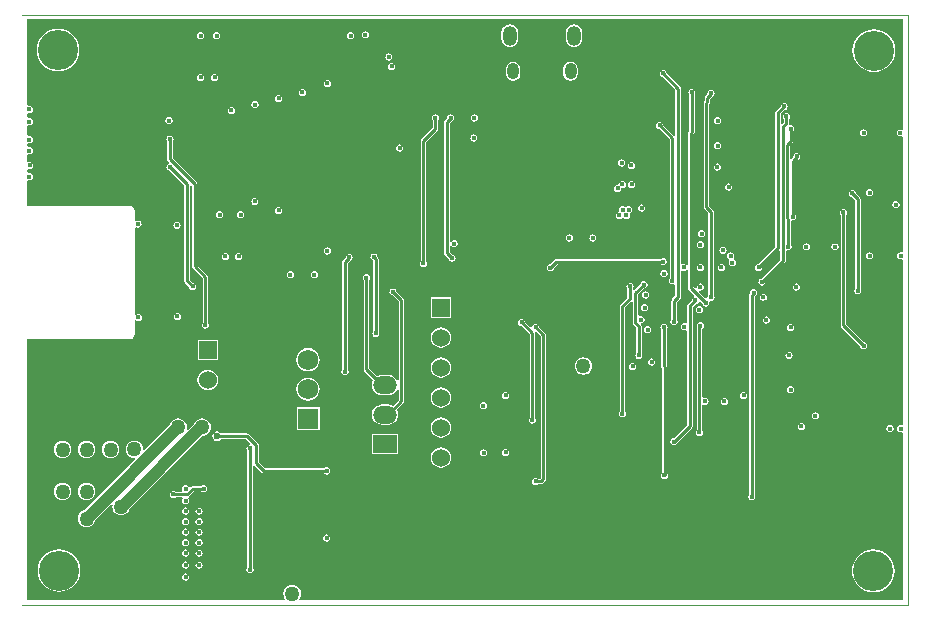
<source format=gbr>
%TF.GenerationSoftware,Altium Limited,Altium Designer,24.9.1 (31)*%
G04 Layer_Physical_Order=4*
G04 Layer_Color=16711680*
%FSLAX45Y45*%
%MOMM*%
%TF.SameCoordinates,30E74C37-C7CC-4F87-9207-2BD30A255DAA*%
%TF.FilePolarity,Positive*%
%TF.FileFunction,Copper,L4,Bot,Signal*%
%TF.Part,Single*%
G01*
G75*
%TA.AperFunction,Conductor*%
%ADD49C,0.25000*%
%ADD50C,1.00000*%
%ADD51C,0.25400*%
%TA.AperFunction,ComponentPad*%
%ADD54O,1.20000X1.70000*%
%ADD55O,1.00000X1.40000*%
%ADD56O,2.00000X1.50000*%
%ADD57R,2.00000X1.50000*%
%ADD58C,1.52400*%
%ADD59R,1.52400X1.52400*%
%ADD60R,1.75000X1.75000*%
%ADD61C,1.75000*%
%TA.AperFunction,ViaPad*%
%ADD62C,3.40000*%
%ADD63C,0.40000*%
%ADD64C,1.27000*%
%ADD65C,0.60000*%
%ADD66C,0.45000*%
%TA.AperFunction,NonConductor*%
%ADD67C,0.01270*%
G36*
X-184913Y2779321D02*
X-197613Y2772532D01*
X-199175Y2773575D01*
X-210880Y2775904D01*
X-222585Y2773575D01*
X-232509Y2766945D01*
X-239139Y2757021D01*
X-241468Y2745316D01*
X-239139Y2733611D01*
X-232509Y2723687D01*
X-222585Y2717057D01*
X-210880Y2714728D01*
X-199175Y2717057D01*
X-197613Y2718100D01*
X-184913Y2711311D01*
Y1739976D01*
X-197614Y1732671D01*
X-205740Y1734288D01*
X-217445Y1731959D01*
X-227369Y1725329D01*
X-233999Y1715405D01*
X-236328Y1703700D01*
X-233999Y1691995D01*
X-227369Y1682071D01*
X-217445Y1675441D01*
X-205740Y1673112D01*
X-197614Y1674729D01*
X-184913Y1667424D01*
Y277576D01*
X-197614Y270271D01*
X-205740Y271888D01*
X-217445Y269559D01*
X-227369Y262929D01*
X-233999Y253005D01*
X-236328Y241300D01*
X-233999Y229595D01*
X-227369Y219671D01*
X-217445Y213041D01*
X-205740Y210712D01*
X-197614Y212329D01*
X-184913Y205024D01*
Y-1212701D01*
X-5294485D01*
X-5300749Y-1200001D01*
X-5295198Y-1192767D01*
X-5287792Y-1174887D01*
X-5285266Y-1155700D01*
X-5287792Y-1136513D01*
X-5295198Y-1118633D01*
X-5306979Y-1103279D01*
X-5322333Y-1091498D01*
X-5340213Y-1084092D01*
X-5359400Y-1081566D01*
X-5378587Y-1084092D01*
X-5396467Y-1091498D01*
X-5411821Y-1103279D01*
X-5423602Y-1118633D01*
X-5431008Y-1136513D01*
X-5433534Y-1155700D01*
X-5431008Y-1174887D01*
X-5423602Y-1192767D01*
X-5418051Y-1200001D01*
X-5424315Y-1212701D01*
X-7603349D01*
Y998051D01*
X-6733740D01*
X-6718133Y1001155D01*
X-6704901Y1009996D01*
X-6696061Y1023227D01*
X-6692956Y1038834D01*
Y1155679D01*
X-6687890Y1158925D01*
X-6680256Y1161192D01*
X-6672336Y1155900D01*
X-6660631Y1153571D01*
X-6648925Y1155900D01*
X-6639002Y1162530D01*
X-6632372Y1172454D01*
X-6630043Y1184159D01*
X-6632372Y1195865D01*
X-6639002Y1205788D01*
X-6648925Y1212418D01*
X-6660631Y1214747D01*
X-6672336Y1212418D01*
X-6680256Y1207127D01*
X-6687890Y1209394D01*
X-6692956Y1212639D01*
Y1942906D01*
X-6680256Y1949254D01*
X-6675445Y1946039D01*
X-6663740Y1943711D01*
X-6652034Y1946039D01*
X-6642111Y1952670D01*
X-6635481Y1962593D01*
X-6633152Y1974299D01*
X-6635481Y1986004D01*
X-6642111Y1995927D01*
X-6652034Y2002558D01*
X-6663740Y2004886D01*
X-6675445Y2002558D01*
X-6680256Y1999343D01*
X-6692956Y2005691D01*
Y2088140D01*
X-6696061Y2103747D01*
X-6704901Y2116978D01*
X-6718133Y2125819D01*
X-6733740Y2128924D01*
X-7603349D01*
Y2336448D01*
X-7590649Y2344509D01*
X-7584133Y2343212D01*
X-7572427Y2345541D01*
X-7562504Y2352171D01*
X-7555873Y2362095D01*
X-7553545Y2373800D01*
X-7555873Y2385506D01*
X-7562504Y2395429D01*
X-7572427Y2402059D01*
X-7584133Y2404388D01*
X-7590649Y2403092D01*
X-7603349Y2411152D01*
Y2434945D01*
X-7596830Y2439857D01*
X-7590649Y2442652D01*
X-7580900Y2440712D01*
X-7569195Y2443041D01*
X-7559271Y2449671D01*
X-7552641Y2459595D01*
X-7550312Y2471300D01*
X-7552641Y2483005D01*
X-7559271Y2492929D01*
X-7569195Y2499559D01*
X-7580900Y2501888D01*
X-7590649Y2499949D01*
X-7596830Y2502743D01*
X-7603349Y2507655D01*
Y2556788D01*
X-7590649Y2564849D01*
X-7584133Y2563552D01*
X-7572427Y2565881D01*
X-7562504Y2572511D01*
X-7555873Y2582435D01*
X-7553545Y2594140D01*
X-7555873Y2605845D01*
X-7562504Y2615769D01*
X-7572427Y2622399D01*
X-7584133Y2624728D01*
X-7590649Y2623432D01*
X-7603349Y2631492D01*
Y2651348D01*
X-7590649Y2659408D01*
X-7584133Y2658112D01*
X-7572427Y2660441D01*
X-7562504Y2667071D01*
X-7555873Y2676995D01*
X-7553545Y2688700D01*
X-7555873Y2700405D01*
X-7562504Y2710329D01*
X-7572427Y2716959D01*
X-7584133Y2719288D01*
X-7590649Y2717992D01*
X-7603349Y2726052D01*
Y2802488D01*
X-7590649Y2810548D01*
X-7584133Y2809252D01*
X-7572427Y2811581D01*
X-7562504Y2818211D01*
X-7555873Y2828135D01*
X-7553545Y2839840D01*
X-7555873Y2851545D01*
X-7562504Y2861469D01*
X-7572427Y2868099D01*
X-7584133Y2870428D01*
X-7590649Y2869131D01*
X-7603349Y2877192D01*
Y2907488D01*
X-7590649Y2915548D01*
X-7584133Y2914252D01*
X-7572427Y2916581D01*
X-7562504Y2923211D01*
X-7555873Y2933135D01*
X-7553545Y2944840D01*
X-7555873Y2956545D01*
X-7562504Y2966469D01*
X-7572427Y2973099D01*
X-7584133Y2975428D01*
X-7590649Y2974131D01*
X-7603349Y2982192D01*
Y3705735D01*
X-184913D01*
Y2779321D01*
D02*
G37*
%LPC*%
G36*
X-4737796Y3605488D02*
X-4749501Y3603159D01*
X-4759425Y3596529D01*
X-4766055Y3586605D01*
X-4768384Y3574900D01*
X-4766055Y3563195D01*
X-4759425Y3553271D01*
X-4749501Y3546641D01*
X-4737796Y3544312D01*
X-4726091Y3546641D01*
X-4716167Y3553271D01*
X-4709537Y3563195D01*
X-4707208Y3574900D01*
X-4709537Y3586605D01*
X-4716167Y3596529D01*
X-4726091Y3603159D01*
X-4737796Y3605488D01*
D02*
G37*
G36*
X-5996941Y3599312D02*
X-6008647Y3596984D01*
X-6018570Y3590353D01*
X-6025201Y3580430D01*
X-6027529Y3568725D01*
X-6025201Y3557019D01*
X-6018570Y3547096D01*
X-6008647Y3540465D01*
X-5996941Y3538137D01*
X-5985236Y3540465D01*
X-5975312Y3547096D01*
X-5968682Y3557019D01*
X-5966354Y3568725D01*
X-5968682Y3580430D01*
X-5975312Y3590353D01*
X-5985236Y3596984D01*
X-5996941Y3599312D01*
D02*
G37*
G36*
X-6133038D02*
X-6144744Y3596984D01*
X-6154667Y3590353D01*
X-6161298Y3580430D01*
X-6163626Y3568725D01*
X-6161298Y3557019D01*
X-6154667Y3547096D01*
X-6144744Y3540465D01*
X-6133038Y3538137D01*
X-6121333Y3540465D01*
X-6111409Y3547096D01*
X-6104779Y3557019D01*
X-6102451Y3568725D01*
X-6104779Y3580430D01*
X-6111409Y3590353D01*
X-6121333Y3596984D01*
X-6133038Y3599312D01*
D02*
G37*
G36*
X-4864556Y3599288D02*
X-4876261Y3596959D01*
X-4886185Y3590329D01*
X-4892815Y3580405D01*
X-4895144Y3568700D01*
X-4892815Y3556995D01*
X-4886185Y3547071D01*
X-4876261Y3540441D01*
X-4864556Y3538112D01*
X-4852851Y3540441D01*
X-4842927Y3547071D01*
X-4836297Y3556995D01*
X-4833968Y3568700D01*
X-4836297Y3580405D01*
X-4842927Y3590329D01*
X-4852851Y3596959D01*
X-4864556Y3599288D01*
D02*
G37*
G36*
X-2971800Y3664304D02*
X-2990074Y3661898D01*
X-3007102Y3654845D01*
X-3021724Y3643624D01*
X-3032945Y3629002D01*
X-3039998Y3611973D01*
X-3042404Y3593700D01*
Y3543700D01*
X-3039998Y3525427D01*
X-3032945Y3508398D01*
X-3021724Y3493776D01*
X-3007102Y3482555D01*
X-2990074Y3475502D01*
X-2971800Y3473096D01*
X-2953526Y3475502D01*
X-2936498Y3482555D01*
X-2921876Y3493776D01*
X-2910655Y3508398D01*
X-2903602Y3525427D01*
X-2901196Y3543700D01*
Y3593700D01*
X-2903602Y3611973D01*
X-2910655Y3629002D01*
X-2921876Y3643624D01*
X-2936498Y3654845D01*
X-2953526Y3661898D01*
X-2971800Y3664304D01*
D02*
G37*
G36*
X-3516800D02*
X-3535074Y3661898D01*
X-3552102Y3654845D01*
X-3566725Y3643624D01*
X-3577945Y3629002D01*
X-3584998Y3611973D01*
X-3587404Y3593700D01*
Y3543700D01*
X-3584998Y3525427D01*
X-3577945Y3508398D01*
X-3566725Y3493776D01*
X-3552102Y3482555D01*
X-3535074Y3475502D01*
X-3516800Y3473096D01*
X-3498527Y3475502D01*
X-3481498Y3482555D01*
X-3466876Y3493776D01*
X-3455656Y3508398D01*
X-3448602Y3525427D01*
X-3446196Y3543700D01*
Y3593700D01*
X-3448602Y3611973D01*
X-3455656Y3629002D01*
X-3466876Y3643624D01*
X-3481498Y3654845D01*
X-3498527Y3661898D01*
X-3516800Y3664304D01*
D02*
G37*
G36*
X-4540046Y3419016D02*
X-4551752Y3416688D01*
X-4561675Y3410057D01*
X-4568306Y3400134D01*
X-4570634Y3388428D01*
X-4568306Y3376723D01*
X-4561675Y3366799D01*
X-4551752Y3360169D01*
X-4540046Y3357841D01*
X-4528341Y3360169D01*
X-4518417Y3366799D01*
X-4511787Y3376723D01*
X-4509459Y3388428D01*
X-4511787Y3400134D01*
X-4518417Y3410057D01*
X-4528341Y3416688D01*
X-4540046Y3419016D01*
D02*
G37*
G36*
X-4517540Y3338089D02*
X-4529245Y3335761D01*
X-4539169Y3329131D01*
X-4545799Y3319207D01*
X-4548128Y3307502D01*
X-4545799Y3295796D01*
X-4539169Y3285873D01*
X-4529245Y3279242D01*
X-4517540Y3276914D01*
X-4505835Y3279242D01*
X-4495911Y3285873D01*
X-4489281Y3295796D01*
X-4486952Y3307502D01*
X-4489281Y3319207D01*
X-4495911Y3329131D01*
X-4505835Y3335761D01*
X-4517540Y3338089D01*
D02*
G37*
G36*
X-7342060Y3627388D02*
X-7377346Y3623912D01*
X-7411276Y3613620D01*
X-7442546Y3596905D01*
X-7469955Y3574412D01*
X-7492449Y3547003D01*
X-7509163Y3515733D01*
X-7519455Y3481803D01*
X-7522931Y3446517D01*
X-7519455Y3411231D01*
X-7509163Y3377301D01*
X-7492449Y3346030D01*
X-7469955Y3318622D01*
X-7442546Y3296128D01*
X-7411276Y3279414D01*
X-7377346Y3269121D01*
X-7342060Y3265646D01*
X-7306774Y3269121D01*
X-7272844Y3279414D01*
X-7241574Y3296128D01*
X-7214165Y3318622D01*
X-7191671Y3346030D01*
X-7174957Y3377301D01*
X-7164665Y3411231D01*
X-7161189Y3446517D01*
X-7164665Y3481803D01*
X-7174957Y3515733D01*
X-7191671Y3547003D01*
X-7214165Y3574412D01*
X-7241574Y3596905D01*
X-7272844Y3613620D01*
X-7306774Y3623912D01*
X-7342060Y3627388D01*
D02*
G37*
G36*
X-434220Y3622848D02*
X-469506Y3619372D01*
X-503436Y3609080D01*
X-534707Y3592365D01*
X-562115Y3569872D01*
X-584609Y3542463D01*
X-601323Y3511193D01*
X-611615Y3477263D01*
X-615091Y3441977D01*
X-611615Y3406691D01*
X-601323Y3372761D01*
X-584609Y3341490D01*
X-562115Y3314082D01*
X-534707Y3291588D01*
X-503436Y3274874D01*
X-469506Y3264581D01*
X-434220Y3261106D01*
X-398934Y3264581D01*
X-365004Y3274874D01*
X-333734Y3291588D01*
X-306325Y3314082D01*
X-283832Y3341490D01*
X-267117Y3372761D01*
X-256825Y3406691D01*
X-253349Y3441977D01*
X-256825Y3477263D01*
X-267117Y3511193D01*
X-283832Y3542463D01*
X-306325Y3569872D01*
X-333734Y3592365D01*
X-365004Y3609080D01*
X-398934Y3619372D01*
X-434220Y3622848D01*
D02*
G37*
G36*
X-3001800Y3346875D02*
X-3025211Y3342219D01*
X-3045058Y3328958D01*
X-3058319Y3309111D01*
X-3062976Y3285700D01*
Y3245700D01*
X-3058319Y3222289D01*
X-3045058Y3202443D01*
X-3025211Y3189181D01*
X-3001800Y3184525D01*
X-2978389Y3189181D01*
X-2958543Y3202443D01*
X-2945281Y3222289D01*
X-2940625Y3245700D01*
Y3285700D01*
X-2945281Y3309111D01*
X-2958543Y3328958D01*
X-2978389Y3342219D01*
X-3001800Y3346875D01*
D02*
G37*
G36*
X-3486800D02*
X-3510211Y3342219D01*
X-3530057Y3328958D01*
X-3543319Y3309111D01*
X-3547975Y3285700D01*
Y3245700D01*
X-3543319Y3222289D01*
X-3530057Y3202443D01*
X-3510211Y3189181D01*
X-3486800Y3184525D01*
X-3463389Y3189181D01*
X-3443543Y3202443D01*
X-3430281Y3222289D01*
X-3425625Y3245700D01*
Y3285700D01*
X-3430281Y3309111D01*
X-3443543Y3328958D01*
X-3463389Y3342219D01*
X-3486800Y3346875D01*
D02*
G37*
G36*
X-6013685Y3245101D02*
X-6025391Y3242773D01*
X-6035314Y3236142D01*
X-6041945Y3226219D01*
X-6044273Y3214514D01*
X-6041945Y3202808D01*
X-6035314Y3192885D01*
X-6025391Y3186254D01*
X-6013685Y3183926D01*
X-6001980Y3186254D01*
X-5992057Y3192885D01*
X-5985426Y3202808D01*
X-5983098Y3214514D01*
X-5985426Y3226219D01*
X-5992057Y3236142D01*
X-6001980Y3242773D01*
X-6013685Y3245101D01*
D02*
G37*
G36*
X-6133038D02*
X-6144744Y3242773D01*
X-6154667Y3236142D01*
X-6161298Y3226219D01*
X-6163626Y3214514D01*
X-6161298Y3202808D01*
X-6154667Y3192885D01*
X-6144744Y3186254D01*
X-6133038Y3183926D01*
X-6121333Y3186254D01*
X-6111409Y3192885D01*
X-6104779Y3202808D01*
X-6102451Y3214514D01*
X-6104779Y3226219D01*
X-6111409Y3236142D01*
X-6121333Y3242773D01*
X-6133038Y3245101D01*
D02*
G37*
G36*
X-5062278Y3196408D02*
X-5073983Y3194080D01*
X-5083907Y3187449D01*
X-5090537Y3177526D01*
X-5092866Y3165820D01*
X-5090537Y3154115D01*
X-5083907Y3144192D01*
X-5073983Y3137561D01*
X-5062278Y3135233D01*
X-5050573Y3137561D01*
X-5040649Y3144192D01*
X-5034019Y3154115D01*
X-5031690Y3165820D01*
X-5034019Y3177526D01*
X-5040649Y3187449D01*
X-5050573Y3194080D01*
X-5062278Y3196408D01*
D02*
G37*
G36*
X-5273040Y3117797D02*
X-5284745Y3115468D01*
X-5294669Y3108838D01*
X-5301299Y3098914D01*
X-5303628Y3087209D01*
X-5301299Y3075504D01*
X-5294669Y3065580D01*
X-5284745Y3058950D01*
X-5273040Y3056621D01*
X-5261335Y3058950D01*
X-5251411Y3065580D01*
X-5244781Y3075504D01*
X-5242452Y3087209D01*
X-5244781Y3098914D01*
X-5251411Y3108838D01*
X-5261335Y3115468D01*
X-5273040Y3117797D01*
D02*
G37*
G36*
X-5473040Y3067199D02*
X-5484745Y3064871D01*
X-5494668Y3058241D01*
X-5501299Y3048317D01*
X-5503627Y3036612D01*
X-5501299Y3024906D01*
X-5494668Y3014983D01*
X-5484745Y3008352D01*
X-5473040Y3006024D01*
X-5461334Y3008352D01*
X-5451411Y3014983D01*
X-5444780Y3024906D01*
X-5442452Y3036612D01*
X-5444780Y3048317D01*
X-5451411Y3058241D01*
X-5461334Y3064871D01*
X-5473040Y3067199D01*
D02*
G37*
G36*
X-5673039Y3014728D02*
X-5684745Y3012399D01*
X-5694668Y3005769D01*
X-5701298Y2995845D01*
X-5703627Y2984140D01*
X-5701298Y2972435D01*
X-5694668Y2962511D01*
X-5684745Y2955881D01*
X-5673039Y2953552D01*
X-5661334Y2955881D01*
X-5651410Y2962511D01*
X-5644780Y2972435D01*
X-5642452Y2984140D01*
X-5644780Y2995845D01*
X-5651410Y3005769D01*
X-5661334Y3012399D01*
X-5673039Y3014728D01*
D02*
G37*
G36*
X-5872522Y2966758D02*
X-5884227Y2964429D01*
X-5894151Y2957799D01*
X-5900781Y2947875D01*
X-5903109Y2936170D01*
X-5900781Y2924465D01*
X-5894151Y2914541D01*
X-5884227Y2907911D01*
X-5872522Y2905582D01*
X-5860816Y2907911D01*
X-5850893Y2914541D01*
X-5844262Y2924465D01*
X-5841934Y2936170D01*
X-5844262Y2947875D01*
X-5850893Y2957799D01*
X-5860816Y2964429D01*
X-5872522Y2966758D01*
D02*
G37*
G36*
X-3816704Y2901468D02*
X-3828410Y2899139D01*
X-3838333Y2892509D01*
X-3844964Y2882585D01*
X-3847292Y2870880D01*
X-3844964Y2859175D01*
X-3838333Y2849251D01*
X-3828410Y2842621D01*
X-3816704Y2840292D01*
X-3804999Y2842621D01*
X-3795075Y2849251D01*
X-3788445Y2859175D01*
X-3786117Y2870880D01*
X-3788445Y2882585D01*
X-3795075Y2892509D01*
X-3804999Y2899139D01*
X-3816704Y2901468D01*
D02*
G37*
G36*
X-1756180Y2877928D02*
X-1767886Y2875599D01*
X-1777809Y2868969D01*
X-1784440Y2859045D01*
X-1786768Y2847340D01*
X-1784440Y2835635D01*
X-1777809Y2825711D01*
X-1767886Y2819081D01*
X-1756180Y2816752D01*
X-1744475Y2819081D01*
X-1734552Y2825711D01*
X-1727921Y2835635D01*
X-1725593Y2847340D01*
X-1727921Y2859045D01*
X-1734552Y2868969D01*
X-1744475Y2875599D01*
X-1756180Y2877928D01*
D02*
G37*
G36*
X-6401240D02*
X-6412945Y2875599D01*
X-6422869Y2868969D01*
X-6429499Y2859045D01*
X-6431828Y2847340D01*
X-6429499Y2835635D01*
X-6422869Y2825711D01*
X-6412945Y2819081D01*
X-6401240Y2816752D01*
X-6389535Y2819081D01*
X-6379611Y2825711D01*
X-6372981Y2835635D01*
X-6370652Y2847340D01*
X-6372981Y2859045D01*
X-6379611Y2868969D01*
X-6389535Y2875599D01*
X-6401240Y2877928D01*
D02*
G37*
G36*
X-2217722Y3278593D02*
X-2229427Y3276264D01*
X-2239351Y3269634D01*
X-2245981Y3259711D01*
X-2248309Y3248005D01*
X-2245981Y3236300D01*
X-2239351Y3226376D01*
X-2229427Y3219746D01*
X-2220398Y3217950D01*
X-2113625Y3111177D01*
Y2726139D01*
X-2116419Y2724132D01*
X-2126325Y2721350D01*
X-2215951Y2810976D01*
X-2217747Y2820005D01*
X-2224377Y2829929D01*
X-2234301Y2836559D01*
X-2246006Y2838888D01*
X-2257711Y2836559D01*
X-2267635Y2829929D01*
X-2274265Y2820005D01*
X-2276594Y2808300D01*
X-2274265Y2796595D01*
X-2267635Y2786671D01*
X-2257711Y2780041D01*
X-2248682Y2778245D01*
X-2163313Y2692876D01*
Y1511568D01*
X-2168428Y1503913D01*
X-2170756Y1492208D01*
X-2168428Y1480503D01*
X-2161797Y1470579D01*
X-2151874Y1463949D01*
X-2140168Y1461620D01*
X-2128463Y1463949D01*
X-2126325Y1465378D01*
X-2113625Y1458589D01*
Y1368369D01*
X-2141605Y1340389D01*
X-2146623Y1332880D01*
X-2148384Y1324023D01*
Y1166147D01*
X-2153499Y1158492D01*
X-2155827Y1146786D01*
X-2153499Y1135081D01*
X-2146868Y1125158D01*
X-2136945Y1118527D01*
X-2125240Y1116199D01*
X-2113534Y1118527D01*
X-2103611Y1125158D01*
X-2096980Y1135081D01*
X-2094652Y1146786D01*
X-2096980Y1158492D01*
X-2102095Y1166147D01*
Y1314436D01*
X-2074114Y1342417D01*
X-2069097Y1349925D01*
X-2067335Y1358783D01*
Y1572872D01*
X-2054635Y1579661D01*
X-2054485Y1579561D01*
X-2042780Y1577232D01*
X-2031075Y1579561D01*
X-2021725Y1585808D01*
X-2018444Y1585139D01*
X-2009025Y1581480D01*
Y1435022D01*
X-2007263Y1426165D01*
X-2002246Y1418656D01*
X-1952673Y1369084D01*
X-1956854Y1355303D01*
X-1957030Y1355268D01*
X-1966954Y1348638D01*
X-1973584Y1338714D01*
X-1975380Y1329685D01*
X-2007207Y1297859D01*
X-2012224Y1290350D01*
X-2013986Y1281493D01*
Y1140628D01*
X-2026686Y1133839D01*
X-2026835Y1133939D01*
X-2038541Y1136268D01*
X-2050246Y1133939D01*
X-2060170Y1127309D01*
X-2066800Y1117385D01*
X-2069128Y1105680D01*
X-2066800Y1093975D01*
X-2060170Y1084051D01*
X-2050246Y1077421D01*
X-2038541Y1075092D01*
X-2026835Y1077421D01*
X-2026686Y1077521D01*
X-2013986Y1070732D01*
Y270715D01*
X-2124882Y159818D01*
X-2126390Y160118D01*
X-2138095Y157789D01*
X-2148019Y151159D01*
X-2154649Y141235D01*
X-2156977Y129530D01*
X-2154649Y117825D01*
X-2148019Y107901D01*
X-2138095Y101271D01*
X-2126390Y98942D01*
X-2114684Y101271D01*
X-2104761Y107901D01*
X-2098130Y117825D01*
X-2097315Y121922D01*
X-1974475Y244762D01*
X-1969458Y252271D01*
X-1967696Y261128D01*
Y1271906D01*
X-1942649Y1296953D01*
X-1933620Y1298749D01*
X-1923696Y1305380D01*
X-1917066Y1315303D01*
X-1917031Y1315480D01*
X-1903250Y1319661D01*
X-1885935Y1302346D01*
X-1884139Y1293316D01*
X-1877509Y1283393D01*
X-1867585Y1276762D01*
X-1855880Y1274434D01*
X-1844175Y1276762D01*
X-1834251Y1283393D01*
X-1827621Y1293316D01*
X-1825292Y1305022D01*
X-1826798Y1312590D01*
X-1819749Y1321777D01*
X-1817011Y1323534D01*
X-1812489Y1322634D01*
X-1800784Y1324963D01*
X-1790860Y1331593D01*
X-1784230Y1341516D01*
X-1781901Y1353222D01*
X-1784230Y1364927D01*
X-1789344Y1372582D01*
Y2078622D01*
X-1791106Y2087479D01*
X-1796123Y2094988D01*
X-1827955Y2126820D01*
Y2992505D01*
X-1826982Y2993478D01*
X-1821965Y3000987D01*
X-1820203Y3009844D01*
Y3034715D01*
X-1804881Y3050037D01*
X-1800784Y3050852D01*
X-1790860Y3057483D01*
X-1784230Y3067406D01*
X-1781901Y3079112D01*
X-1784230Y3090817D01*
X-1790860Y3100741D01*
X-1800784Y3107371D01*
X-1812489Y3109699D01*
X-1824194Y3107371D01*
X-1834118Y3100741D01*
X-1840748Y3090817D01*
X-1843077Y3079112D01*
X-1842777Y3077605D01*
X-1859714Y3060668D01*
X-1864731Y3053159D01*
X-1866493Y3044302D01*
Y3019431D01*
X-1867466Y3018458D01*
X-1872483Y3010949D01*
X-1874245Y3002092D01*
Y2117233D01*
X-1872483Y2108376D01*
X-1867466Y2100867D01*
X-1835634Y2069035D01*
Y1372582D01*
X-1840748Y1364927D01*
X-1843077Y1353222D01*
X-1853200Y1341938D01*
X-1859462Y1341336D01*
X-1916519Y1398392D01*
X-1910262Y1410096D01*
X-1904120Y1408874D01*
X-1892415Y1411203D01*
X-1882491Y1417833D01*
X-1875861Y1427757D01*
X-1873532Y1439462D01*
X-1875861Y1451168D01*
X-1882491Y1461091D01*
X-1892415Y1467721D01*
X-1904120Y1470050D01*
X-1915825Y1467721D01*
X-1925749Y1461091D01*
X-1932379Y1451168D01*
X-1934708Y1439462D01*
X-1933486Y1433320D01*
X-1945190Y1427063D01*
X-1962735Y1444608D01*
Y2735729D01*
X-1958156Y2740308D01*
X-1953139Y2747817D01*
X-1951377Y2756674D01*
Y3067849D01*
X-1946263Y3075504D01*
X-1943934Y3087209D01*
X-1946263Y3098914D01*
X-1952893Y3108838D01*
X-1962816Y3115468D01*
X-1974522Y3117797D01*
X-1986227Y3115468D01*
X-1996151Y3108838D01*
X-2002781Y3098914D01*
X-2005110Y3087209D01*
X-2002781Y3075504D01*
X-1997667Y3067849D01*
Y2766261D01*
X-2002246Y2761682D01*
X-2007263Y2754173D01*
X-2009025Y2745316D01*
Y1634160D01*
X-2018444Y1630501D01*
X-2021725Y1629832D01*
X-2031075Y1636079D01*
X-2042780Y1638408D01*
X-2054485Y1636079D01*
X-2054635Y1635979D01*
X-2067335Y1642768D01*
Y3120763D01*
X-2069097Y3129621D01*
X-2074114Y3137129D01*
X-2187666Y3250681D01*
X-2189462Y3259711D01*
X-2196093Y3269634D01*
X-2206016Y3276264D01*
X-2217722Y3278593D01*
D02*
G37*
G36*
X-520067Y2775904D02*
X-531772Y2773575D01*
X-541696Y2766945D01*
X-548326Y2757021D01*
X-550654Y2745316D01*
X-548326Y2733611D01*
X-541696Y2723687D01*
X-531772Y2717057D01*
X-520067Y2714728D01*
X-508361Y2717057D01*
X-498438Y2723687D01*
X-491808Y2733611D01*
X-489479Y2745316D01*
X-491808Y2757021D01*
X-498438Y2766945D01*
X-508361Y2773575D01*
X-520067Y2775904D01*
D02*
G37*
G36*
X-3820514Y2732149D02*
X-3832220Y2729820D01*
X-3842143Y2723190D01*
X-3848774Y2713266D01*
X-3851102Y2701561D01*
X-3848774Y2689856D01*
X-3842143Y2679932D01*
X-3832220Y2673302D01*
X-3820514Y2670973D01*
X-3808809Y2673302D01*
X-3798885Y2679932D01*
X-3792255Y2689856D01*
X-3789927Y2701561D01*
X-3792255Y2713266D01*
X-3798885Y2723190D01*
X-3808809Y2729820D01*
X-3820514Y2732149D01*
D02*
G37*
G36*
X-1756180Y2667149D02*
X-1767886Y2664820D01*
X-1777809Y2658190D01*
X-1784440Y2648266D01*
X-1786768Y2636561D01*
X-1784440Y2624856D01*
X-1777809Y2614932D01*
X-1767886Y2608302D01*
X-1756180Y2605973D01*
X-1744475Y2608302D01*
X-1734552Y2614932D01*
X-1727921Y2624856D01*
X-1725593Y2636561D01*
X-1727921Y2648266D01*
X-1734552Y2658190D01*
X-1744475Y2664820D01*
X-1756180Y2667149D01*
D02*
G37*
G36*
X-4447540Y2646788D02*
X-4459245Y2644459D01*
X-4469169Y2637829D01*
X-4475799Y2627905D01*
X-4478128Y2616200D01*
X-4475799Y2604495D01*
X-4469169Y2594571D01*
X-4459245Y2587941D01*
X-4447540Y2585612D01*
X-4435835Y2587941D01*
X-4425911Y2594571D01*
X-4419281Y2604495D01*
X-4416952Y2616200D01*
X-4419281Y2627905D01*
X-4425911Y2637829D01*
X-4435835Y2644459D01*
X-4447540Y2646788D01*
D02*
G37*
G36*
X-2570220Y2520888D02*
X-2581925Y2518559D01*
X-2591849Y2511929D01*
X-2598479Y2502005D01*
X-2600808Y2490300D01*
X-2598479Y2478595D01*
X-2591849Y2468671D01*
X-2581925Y2462041D01*
X-2570220Y2459712D01*
X-2558515Y2462041D01*
X-2548591Y2468671D01*
X-2541961Y2478595D01*
X-2539632Y2490300D01*
X-2541961Y2502005D01*
X-2548591Y2511929D01*
X-2558515Y2518559D01*
X-2570220Y2520888D01*
D02*
G37*
G36*
X-2487240Y2501054D02*
X-2498945Y2498726D01*
X-2508869Y2492096D01*
X-2515499Y2482172D01*
X-2517828Y2470467D01*
X-2515499Y2458761D01*
X-2508869Y2448838D01*
X-2498945Y2442207D01*
X-2487240Y2439879D01*
X-2475535Y2442207D01*
X-2465611Y2448838D01*
X-2458981Y2458761D01*
X-2456652Y2470467D01*
X-2458981Y2482172D01*
X-2465611Y2492096D01*
X-2475535Y2498726D01*
X-2487240Y2501054D01*
D02*
G37*
G36*
X-1760224Y2486228D02*
X-1771929Y2483899D01*
X-1781852Y2477269D01*
X-1788483Y2467345D01*
X-1790811Y2455640D01*
X-1788483Y2443935D01*
X-1781852Y2434011D01*
X-1771929Y2427381D01*
X-1760224Y2425052D01*
X-1748518Y2427381D01*
X-1738595Y2434011D01*
X-1731964Y2443935D01*
X-1729636Y2455640D01*
X-1731964Y2467345D01*
X-1738595Y2477269D01*
X-1748518Y2483899D01*
X-1760224Y2486228D01*
D02*
G37*
G36*
X-2484655Y2340888D02*
X-2496360Y2338559D01*
X-2506284Y2331929D01*
X-2512914Y2322006D01*
X-2515242Y2310300D01*
X-2512914Y2298595D01*
X-2506284Y2288671D01*
X-2496360Y2282041D01*
X-2484655Y2279712D01*
X-2472949Y2282041D01*
X-2463026Y2288671D01*
X-2456395Y2298595D01*
X-2454067Y2310300D01*
X-2456395Y2322006D01*
X-2463026Y2331929D01*
X-2472949Y2338559D01*
X-2484655Y2340888D01*
D02*
G37*
G36*
X-1663700Y2316588D02*
X-1675405Y2314259D01*
X-1685329Y2307629D01*
X-1691959Y2297705D01*
X-1694288Y2286000D01*
X-1691959Y2274295D01*
X-1685329Y2264371D01*
X-1675405Y2257741D01*
X-1663700Y2255412D01*
X-1651995Y2257741D01*
X-1642071Y2264371D01*
X-1635441Y2274295D01*
X-1633112Y2286000D01*
X-1635441Y2297705D01*
X-1642071Y2307629D01*
X-1651995Y2314259D01*
X-1663700Y2316588D01*
D02*
G37*
G36*
X-2562186Y2340888D02*
X-2573891Y2338559D01*
X-2583814Y2331929D01*
X-2590445Y2322006D01*
X-2592773Y2310300D01*
X-2604901Y2306169D01*
X-2613243Y2304510D01*
X-2623166Y2297879D01*
X-2629797Y2287956D01*
X-2632125Y2276250D01*
X-2629797Y2264545D01*
X-2623166Y2254622D01*
X-2613243Y2247991D01*
X-2601537Y2245663D01*
X-2589832Y2247991D01*
X-2579908Y2254622D01*
X-2573278Y2264545D01*
X-2570950Y2276250D01*
X-2558822Y2280382D01*
X-2550480Y2282041D01*
X-2540557Y2288671D01*
X-2533926Y2298595D01*
X-2531598Y2310300D01*
X-2533926Y2322006D01*
X-2540557Y2331929D01*
X-2550480Y2338559D01*
X-2562186Y2340888D01*
D02*
G37*
G36*
X-469071Y2270079D02*
X-480776Y2267751D01*
X-490700Y2261120D01*
X-497330Y2251197D01*
X-499659Y2239491D01*
X-497330Y2227786D01*
X-490700Y2217862D01*
X-480776Y2211232D01*
X-469071Y2208904D01*
X-457366Y2211232D01*
X-447442Y2217862D01*
X-440812Y2227786D01*
X-438483Y2239491D01*
X-440812Y2251197D01*
X-447442Y2261120D01*
X-457366Y2267751D01*
X-469071Y2270079D01*
D02*
G37*
G36*
X-5674360Y2197208D02*
X-5686065Y2194879D01*
X-5695989Y2188249D01*
X-5702619Y2178325D01*
X-5704948Y2166620D01*
X-5702619Y2154915D01*
X-5695989Y2144991D01*
X-5686065Y2138361D01*
X-5674360Y2136032D01*
X-5662655Y2138361D01*
X-5652731Y2144991D01*
X-5646101Y2154915D01*
X-5643772Y2166620D01*
X-5646101Y2178325D01*
X-5652731Y2188249D01*
X-5662655Y2194879D01*
X-5674360Y2197208D01*
D02*
G37*
G36*
X-2510116Y2126838D02*
X-2521821Y2124510D01*
X-2531745Y2117879D01*
X-2537985D01*
X-2547908Y2124510D01*
X-2559614Y2126838D01*
X-2571319Y2124510D01*
X-2581242Y2117879D01*
X-2587873Y2107956D01*
X-2590201Y2096251D01*
X-2589053Y2090479D01*
X-2588879Y2083766D01*
X-2597938Y2076749D01*
X-2600449Y2076249D01*
X-2610373Y2069619D01*
X-2617003Y2059695D01*
X-2619332Y2047990D01*
X-2617003Y2036285D01*
X-2610373Y2026361D01*
X-2600449Y2019731D01*
X-2588744Y2017402D01*
X-2577039Y2019731D01*
X-2567115Y2026361D01*
X-2566791Y2026846D01*
X-2551517D01*
X-2551193Y2026361D01*
X-2541270Y2019731D01*
X-2529564Y2017402D01*
X-2517859Y2019731D01*
X-2507936Y2026361D01*
X-2501305Y2036285D01*
X-2498977Y2047990D01*
X-2501305Y2059695D01*
X-2493684Y2071150D01*
X-2488487Y2074622D01*
X-2481857Y2084545D01*
X-2479528Y2096251D01*
X-2481857Y2107956D01*
X-2488487Y2117879D01*
X-2498411Y2124510D01*
X-2510116Y2126838D01*
D02*
G37*
G36*
X-246800Y2166838D02*
X-258505Y2164510D01*
X-268429Y2157879D01*
X-275059Y2147956D01*
X-277388Y2136250D01*
X-275059Y2124545D01*
X-268429Y2114621D01*
X-258505Y2107991D01*
X-246800Y2105663D01*
X-235095Y2107991D01*
X-225171Y2114621D01*
X-218541Y2124545D01*
X-216212Y2136250D01*
X-218541Y2147956D01*
X-225171Y2157879D01*
X-235095Y2164510D01*
X-246800Y2166838D01*
D02*
G37*
G36*
X-2400300Y2138788D02*
X-2412005Y2136459D01*
X-2421929Y2129829D01*
X-2428559Y2119905D01*
X-2430888Y2108200D01*
X-2428559Y2096495D01*
X-2421929Y2086571D01*
X-2412005Y2079941D01*
X-2400300Y2077612D01*
X-2388595Y2079941D01*
X-2378671Y2086571D01*
X-2372041Y2096495D01*
X-2369712Y2108200D01*
X-2372041Y2119905D01*
X-2378671Y2129829D01*
X-2388595Y2136459D01*
X-2400300Y2138788D01*
D02*
G37*
G36*
X-5473040Y2118728D02*
X-5484745Y2116399D01*
X-5494668Y2109769D01*
X-5501299Y2099845D01*
X-5503627Y2088140D01*
X-5501299Y2076435D01*
X-5494668Y2066511D01*
X-5484745Y2059881D01*
X-5473040Y2057552D01*
X-5461334Y2059881D01*
X-5451411Y2066511D01*
X-5444780Y2076435D01*
X-5442452Y2088140D01*
X-5444780Y2099845D01*
X-5451411Y2109769D01*
X-5461334Y2116399D01*
X-5473040Y2118728D01*
D02*
G37*
G36*
X-5794926Y2083703D02*
X-5806631Y2081375D01*
X-5816555Y2074745D01*
X-5823185Y2064821D01*
X-5825513Y2053116D01*
X-5823185Y2041410D01*
X-5816555Y2031487D01*
X-5806631Y2024857D01*
X-5794926Y2022528D01*
X-5783220Y2024857D01*
X-5773297Y2031487D01*
X-5766666Y2041410D01*
X-5764338Y2053116D01*
X-5766666Y2064821D01*
X-5773297Y2074745D01*
X-5783220Y2081375D01*
X-5794926Y2083703D01*
D02*
G37*
G36*
X-5971154D02*
X-5982859Y2081375D01*
X-5992783Y2074745D01*
X-5999413Y2064821D01*
X-6001742Y2053116D01*
X-5999413Y2041410D01*
X-5992783Y2031487D01*
X-5982859Y2024857D01*
X-5971154Y2022528D01*
X-5959449Y2024857D01*
X-5949525Y2031487D01*
X-5942895Y2041410D01*
X-5940566Y2053116D01*
X-5942895Y2064821D01*
X-5949525Y2074745D01*
X-5959449Y2081375D01*
X-5971154Y2083703D01*
D02*
G37*
G36*
X-1193272Y3000300D02*
X-1204978Y2997971D01*
X-1214901Y2991341D01*
X-1221532Y2981417D01*
X-1223399Y2972028D01*
X-1263205Y2932222D01*
X-1268178Y2924780D01*
X-1269924Y2916001D01*
Y1780039D01*
X-1412016Y1637947D01*
X-1421405Y1636079D01*
X-1431329Y1629449D01*
X-1437959Y1619525D01*
X-1440288Y1607820D01*
X-1437959Y1596115D01*
X-1431329Y1586191D01*
X-1421405Y1579561D01*
X-1409700Y1577232D01*
X-1397995Y1579561D01*
X-1388071Y1586191D01*
X-1381441Y1596115D01*
X-1379573Y1605504D01*
X-1238785Y1746292D01*
X-1226085Y1741032D01*
Y1671120D01*
X-1383778Y1513427D01*
X-1393167Y1511559D01*
X-1403090Y1504929D01*
X-1409721Y1495005D01*
X-1412049Y1483300D01*
X-1409721Y1471595D01*
X-1403090Y1461671D01*
X-1393167Y1455041D01*
X-1381462Y1452712D01*
X-1369756Y1455041D01*
X-1359833Y1461671D01*
X-1353202Y1471595D01*
X-1351335Y1480984D01*
X-1186923Y1645396D01*
X-1181950Y1652838D01*
X-1180204Y1661617D01*
Y1742878D01*
X-1167504Y1750777D01*
X-1160644Y1749413D01*
X-1148939Y1751741D01*
X-1139016Y1758372D01*
X-1132385Y1768295D01*
X-1130057Y1780001D01*
X-1132385Y1791706D01*
X-1137704Y1799666D01*
Y1995097D01*
X-1125004Y2004639D01*
X-1121644Y2003971D01*
X-1109939Y2006300D01*
X-1100016Y2012930D01*
X-1093385Y2022853D01*
X-1091057Y2034559D01*
X-1093385Y2046264D01*
X-1098500Y2053919D01*
Y2497059D01*
X-1078072Y2517487D01*
X-1073975Y2518302D01*
X-1064051Y2524932D01*
X-1057421Y2534856D01*
X-1055092Y2546561D01*
X-1057421Y2558266D01*
X-1064051Y2568190D01*
X-1073975Y2574820D01*
X-1085680Y2577149D01*
X-1097385Y2574820D01*
X-1107309Y2568190D01*
X-1113939Y2558266D01*
X-1116268Y2546561D01*
X-1115968Y2545054D01*
X-1133504Y2527518D01*
X-1146204Y2532779D01*
Y2636859D01*
X-1122989Y2660074D01*
X-1118016Y2667517D01*
X-1116270Y2676296D01*
Y2761634D01*
X-1110951Y2769595D01*
X-1108622Y2781300D01*
X-1110951Y2793005D01*
X-1117581Y2802929D01*
X-1127505Y2809559D01*
X-1139210Y2811888D01*
X-1143147Y2811105D01*
X-1146254Y2812865D01*
X-1152921Y2822109D01*
X-1152152Y2825975D01*
X-1152152Y2825976D01*
Y2864692D01*
X-1146833Y2872652D01*
X-1144505Y2884357D01*
X-1146833Y2896063D01*
X-1153464Y2905986D01*
X-1163387Y2912617D01*
X-1175093Y2914945D01*
X-1186798Y2912617D01*
X-1196722Y2905986D01*
X-1203352Y2896063D01*
X-1205680Y2884357D01*
X-1203352Y2872652D01*
X-1198033Y2864692D01*
Y2835477D01*
X-1211343Y2822167D01*
X-1224043Y2827428D01*
Y2906499D01*
X-1190956Y2939585D01*
X-1181567Y2941453D01*
X-1171644Y2948083D01*
X-1165013Y2958007D01*
X-1162685Y2969712D01*
X-1165013Y2981417D01*
X-1171644Y2991341D01*
X-1181567Y2997971D01*
X-1193272Y3000300D01*
D02*
G37*
G36*
X-6333740Y1991728D02*
X-6345445Y1989399D01*
X-6355369Y1982769D01*
X-6361999Y1972845D01*
X-6364327Y1961140D01*
X-6361999Y1949435D01*
X-6355369Y1939511D01*
X-6345445Y1932881D01*
X-6333740Y1930552D01*
X-6322034Y1932881D01*
X-6312111Y1939511D01*
X-6305480Y1949435D01*
X-6303152Y1961140D01*
X-6305480Y1972845D01*
X-6312111Y1982769D01*
X-6322034Y1989399D01*
X-6333740Y1991728D01*
D02*
G37*
G36*
X-1891997Y1922518D02*
X-1903702Y1920190D01*
X-1913626Y1913560D01*
X-1920256Y1903636D01*
X-1922585Y1891931D01*
X-1920256Y1880225D01*
X-1913626Y1870302D01*
X-1903702Y1863671D01*
X-1891997Y1861343D01*
X-1880292Y1863671D01*
X-1870368Y1870302D01*
X-1863738Y1880225D01*
X-1861409Y1891931D01*
X-1863738Y1903636D01*
X-1870368Y1913560D01*
X-1880292Y1920190D01*
X-1891997Y1922518D01*
D02*
G37*
G36*
X-2812980Y1886573D02*
X-2824685Y1884244D01*
X-2834609Y1877614D01*
X-2841239Y1867690D01*
X-2843568Y1855985D01*
X-2841239Y1844280D01*
X-2834609Y1834356D01*
X-2824685Y1827726D01*
X-2812980Y1825397D01*
X-2801275Y1827726D01*
X-2791351Y1834356D01*
X-2784721Y1844280D01*
X-2782392Y1855985D01*
X-2784721Y1867690D01*
X-2791351Y1877614D01*
X-2801275Y1884244D01*
X-2812980Y1886573D01*
D02*
G37*
G36*
X-3010840D02*
X-3022545Y1884244D01*
X-3032469Y1877614D01*
X-3039099Y1867690D01*
X-3041428Y1855985D01*
X-3039099Y1844280D01*
X-3032469Y1834356D01*
X-3022545Y1827726D01*
X-3010840Y1825397D01*
X-2999135Y1827726D01*
X-2989211Y1834356D01*
X-2982581Y1844280D01*
X-2980252Y1855985D01*
X-2982581Y1867690D01*
X-2989211Y1877614D01*
X-2999135Y1884244D01*
X-3010840Y1886573D01*
D02*
G37*
G36*
X-4016094Y2901468D02*
X-4027800Y2899139D01*
X-4037723Y2892509D01*
X-4044354Y2882585D01*
X-4046150Y2873556D01*
X-4065037Y2854669D01*
X-4070054Y2847160D01*
X-4071816Y2838303D01*
Y1728118D01*
X-4070054Y1719261D01*
X-4065037Y1711753D01*
X-4035434Y1682150D01*
X-4033638Y1673121D01*
X-4027007Y1663197D01*
X-4017084Y1656567D01*
X-4005379Y1654238D01*
X-3993673Y1656567D01*
X-3983750Y1663197D01*
X-3977119Y1673121D01*
X-3974791Y1684826D01*
X-3977119Y1696531D01*
X-3983750Y1706455D01*
X-3993673Y1713085D01*
X-4002702Y1714881D01*
X-4025526Y1737705D01*
Y1788199D01*
X-4012826Y1792051D01*
X-4009222Y1786656D01*
X-3999298Y1780026D01*
X-3987593Y1777697D01*
X-3975887Y1780026D01*
X-3965964Y1786656D01*
X-3959333Y1796580D01*
X-3957005Y1808285D01*
X-3959333Y1819990D01*
X-3965964Y1829914D01*
X-3975887Y1836544D01*
X-3987593Y1838873D01*
X-3999298Y1836544D01*
X-4009222Y1829914D01*
X-4012826Y1824519D01*
X-4025526Y1828371D01*
Y2828716D01*
X-4013418Y2840825D01*
X-4004389Y2842621D01*
X-3994465Y2849251D01*
X-3987835Y2859175D01*
X-3985507Y2870880D01*
X-3987835Y2882585D01*
X-3994465Y2892509D01*
X-4004389Y2899139D01*
X-4016094Y2901468D01*
D02*
G37*
G36*
X-1904306Y1828863D02*
X-1916011Y1826535D01*
X-1925934Y1819904D01*
X-1932565Y1809981D01*
X-1934893Y1798275D01*
X-1932565Y1786570D01*
X-1925934Y1776646D01*
X-1916011Y1770016D01*
X-1904306Y1767688D01*
X-1892600Y1770016D01*
X-1882677Y1776646D01*
X-1876046Y1786570D01*
X-1873718Y1798275D01*
X-1876046Y1809981D01*
X-1882677Y1819904D01*
X-1892600Y1826535D01*
X-1904306Y1828863D01*
D02*
G37*
G36*
X-763036Y1810588D02*
X-774742Y1808260D01*
X-784665Y1801629D01*
X-791296Y1791706D01*
X-793624Y1780001D01*
X-791296Y1768295D01*
X-784665Y1758372D01*
X-774742Y1751741D01*
X-763036Y1749413D01*
X-751331Y1751741D01*
X-741407Y1758372D01*
X-734777Y1768295D01*
X-732449Y1780001D01*
X-734777Y1791706D01*
X-741407Y1801629D01*
X-751331Y1808260D01*
X-763036Y1810588D01*
D02*
G37*
G36*
X-1005080D02*
X-1016785Y1808260D01*
X-1026709Y1801629D01*
X-1033339Y1791706D01*
X-1035668Y1780001D01*
X-1033339Y1768295D01*
X-1026709Y1758372D01*
X-1016785Y1751741D01*
X-1005080Y1749413D01*
X-993375Y1751741D01*
X-983451Y1758372D01*
X-976821Y1768295D01*
X-974492Y1780001D01*
X-976821Y1791706D01*
X-983451Y1801629D01*
X-993375Y1808260D01*
X-1005080Y1810588D01*
D02*
G37*
G36*
X-1711180Y1782304D02*
X-1722886Y1779976D01*
X-1732809Y1773345D01*
X-1739439Y1763422D01*
X-1741768Y1751716D01*
X-1739439Y1740011D01*
X-1732809Y1730087D01*
X-1722886Y1723457D01*
X-1711180Y1721129D01*
X-1699475Y1723457D01*
X-1689551Y1730087D01*
X-1682921Y1740011D01*
X-1680593Y1751716D01*
X-1682921Y1763422D01*
X-1689551Y1773345D01*
X-1699475Y1779976D01*
X-1711180Y1782304D01*
D02*
G37*
G36*
X-5062278Y1776026D02*
X-5073983Y1773698D01*
X-5083907Y1767068D01*
X-5090537Y1757144D01*
X-5092866Y1745439D01*
X-5090537Y1733733D01*
X-5083907Y1723810D01*
X-5073983Y1717179D01*
X-5062278Y1714851D01*
X-5050573Y1717179D01*
X-5040649Y1723810D01*
X-5034019Y1733733D01*
X-5031690Y1745439D01*
X-5034019Y1757144D01*
X-5040649Y1767068D01*
X-5050573Y1773698D01*
X-5062278Y1776026D01*
D02*
G37*
G36*
X-469071Y1734288D02*
X-480776Y1731959D01*
X-490700Y1725329D01*
X-497330Y1715405D01*
X-499659Y1703700D01*
X-497330Y1691995D01*
X-490700Y1682071D01*
X-480776Y1675441D01*
X-469071Y1673112D01*
X-457366Y1675441D01*
X-447442Y1682071D01*
X-440812Y1691995D01*
X-438483Y1703700D01*
X-440812Y1715405D01*
X-447442Y1725329D01*
X-457366Y1731959D01*
X-469071Y1734288D01*
D02*
G37*
G36*
X-5813039Y1731027D02*
X-5824744Y1728698D01*
X-5834668Y1722068D01*
X-5841298Y1712144D01*
X-5843627Y1700439D01*
X-5841298Y1688733D01*
X-5834668Y1678810D01*
X-5824744Y1672180D01*
X-5813039Y1669851D01*
X-5801334Y1672180D01*
X-5791410Y1678810D01*
X-5784780Y1688733D01*
X-5782451Y1700439D01*
X-5784780Y1712144D01*
X-5791410Y1722068D01*
X-5801334Y1728698D01*
X-5813039Y1731027D01*
D02*
G37*
G36*
X-5924926D02*
X-5936631Y1728698D01*
X-5946555Y1722068D01*
X-5953185Y1712144D01*
X-5955513Y1700439D01*
X-5953185Y1688733D01*
X-5946555Y1678810D01*
X-5936631Y1672180D01*
X-5924926Y1669851D01*
X-5913220Y1672180D01*
X-5903297Y1678810D01*
X-5896666Y1688733D01*
X-5894338Y1700439D01*
X-5896666Y1712144D01*
X-5903297Y1722068D01*
X-5913220Y1728698D01*
X-5924926Y1731027D01*
D02*
G37*
G36*
X-2218995Y1685113D02*
X-2230700Y1682784D01*
X-2238355Y1677670D01*
X-3121754D01*
X-3130611Y1675908D01*
X-3138119Y1670891D01*
X-3176016Y1632994D01*
X-3185045Y1631198D01*
X-3194969Y1624567D01*
X-3201599Y1614644D01*
X-3203928Y1602939D01*
X-3201599Y1591233D01*
X-3194969Y1581310D01*
X-3185045Y1574679D01*
X-3173340Y1572351D01*
X-3161635Y1574679D01*
X-3151711Y1581310D01*
X-3145081Y1591233D01*
X-3143285Y1600262D01*
X-3112167Y1631380D01*
X-2238355D01*
X-2230700Y1626266D01*
X-2218995Y1623937D01*
X-2207290Y1626266D01*
X-2197366Y1632896D01*
X-2190736Y1642820D01*
X-2188407Y1654525D01*
X-2190736Y1666230D01*
X-2197366Y1676154D01*
X-2207290Y1682784D01*
X-2218995Y1685113D01*
D02*
G37*
G36*
X-1647087Y1734288D02*
X-1658792Y1731959D01*
X-1668715Y1725329D01*
X-1675346Y1715405D01*
X-1677674Y1703700D01*
X-1675346Y1691995D01*
X-1668715Y1682071D01*
X-1661224Y1677066D01*
X-1658623Y1674129D01*
X-1657078Y1662151D01*
X-1659810Y1658061D01*
X-1662139Y1646356D01*
X-1659810Y1634651D01*
X-1653180Y1624727D01*
X-1643257Y1618097D01*
X-1631551Y1615768D01*
X-1619846Y1618097D01*
X-1609922Y1624727D01*
X-1603292Y1634651D01*
X-1600964Y1646356D01*
X-1603292Y1658061D01*
X-1609922Y1667985D01*
X-1617414Y1672990D01*
X-1620015Y1675927D01*
X-1621560Y1687905D01*
X-1618827Y1691995D01*
X-1616499Y1703700D01*
X-1618827Y1715405D01*
X-1625458Y1725329D01*
X-1635381Y1731959D01*
X-1647087Y1734288D01*
D02*
G37*
G36*
X-4146690Y2901468D02*
X-4158396Y2899139D01*
X-4168319Y2892509D01*
X-4174949Y2882585D01*
X-4177278Y2870880D01*
X-4174949Y2859175D01*
X-4169835Y2851520D01*
Y2788561D01*
X-4263782Y2694614D01*
X-4268799Y2687105D01*
X-4270561Y2678248D01*
Y1661121D01*
X-4275676Y1653467D01*
X-4278004Y1641761D01*
X-4275676Y1630056D01*
X-4269045Y1620132D01*
X-4259122Y1613502D01*
X-4247416Y1611174D01*
X-4235711Y1613502D01*
X-4225788Y1620132D01*
X-4219157Y1630056D01*
X-4216829Y1641761D01*
X-4219157Y1653467D01*
X-4224272Y1661121D01*
Y2668661D01*
X-4130324Y2762608D01*
X-4125307Y2770117D01*
X-4123545Y2778974D01*
Y2851520D01*
X-4118431Y2859175D01*
X-4116103Y2870880D01*
X-4118431Y2882585D01*
X-4125061Y2892509D01*
X-4134985Y2899139D01*
X-4146690Y2901468D01*
D02*
G37*
G36*
X-1725480Y1638408D02*
X-1737185Y1636079D01*
X-1747109Y1629449D01*
X-1753739Y1619525D01*
X-1756068Y1607820D01*
X-1753739Y1596115D01*
X-1747109Y1586191D01*
X-1737185Y1579561D01*
X-1725480Y1577232D01*
X-1713775Y1579561D01*
X-1703851Y1586191D01*
X-1697221Y1596115D01*
X-1694892Y1607820D01*
X-1697221Y1619525D01*
X-1703851Y1629449D01*
X-1713775Y1636079D01*
X-1725480Y1638408D01*
D02*
G37*
G36*
X-1904120D02*
X-1915825Y1636079D01*
X-1925749Y1629449D01*
X-1932379Y1619525D01*
X-1934708Y1607820D01*
X-1932379Y1596115D01*
X-1925749Y1586191D01*
X-1915825Y1579561D01*
X-1904120Y1577232D01*
X-1892415Y1579561D01*
X-1882491Y1586191D01*
X-1875861Y1596115D01*
X-1873532Y1607820D01*
X-1875861Y1619525D01*
X-1882491Y1629449D01*
X-1892415Y1636079D01*
X-1904120Y1638408D01*
D02*
G37*
G36*
X-2210650Y1583930D02*
X-2222356Y1581602D01*
X-2232279Y1574971D01*
X-2238910Y1565048D01*
X-2241238Y1553342D01*
X-2238910Y1541637D01*
X-2232279Y1531713D01*
X-2222356Y1525083D01*
X-2210650Y1522755D01*
X-2198945Y1525083D01*
X-2189022Y1531713D01*
X-2182391Y1541637D01*
X-2180063Y1553342D01*
X-2182391Y1565048D01*
X-2189022Y1574971D01*
X-2198945Y1581602D01*
X-2210650Y1583930D01*
D02*
G37*
G36*
X-5171156Y1574288D02*
X-5182861Y1571959D01*
X-5192784Y1565329D01*
X-5199415Y1555405D01*
X-5201743Y1543700D01*
X-5199415Y1531995D01*
X-5192784Y1522071D01*
X-5182861Y1515441D01*
X-5171156Y1513112D01*
X-5159450Y1515441D01*
X-5149527Y1522071D01*
X-5142896Y1531995D01*
X-5140568Y1543700D01*
X-5142896Y1555405D01*
X-5149527Y1565329D01*
X-5159450Y1571959D01*
X-5171156Y1574288D01*
D02*
G37*
G36*
X-5375236D02*
X-5386941Y1571959D01*
X-5396864Y1565329D01*
X-5403495Y1555405D01*
X-5405823Y1543700D01*
X-5403495Y1531995D01*
X-5396864Y1522071D01*
X-5386941Y1515441D01*
X-5375236Y1513112D01*
X-5363530Y1515441D01*
X-5353607Y1522071D01*
X-5346976Y1531995D01*
X-5344648Y1543700D01*
X-5346976Y1555405D01*
X-5353607Y1565329D01*
X-5363530Y1571959D01*
X-5375236Y1574288D01*
D02*
G37*
G36*
X-2380322Y1489946D02*
X-2392027Y1487618D01*
X-2401950Y1480987D01*
X-2408581Y1471064D01*
X-2410377Y1462034D01*
X-2458374Y1414037D01*
X-2471094Y1418544D01*
X-2472965Y1427810D01*
X-2469181Y1433474D01*
X-2466852Y1445179D01*
X-2469181Y1456885D01*
X-2475811Y1466808D01*
X-2485735Y1473439D01*
X-2497440Y1475767D01*
X-2509145Y1473439D01*
X-2519069Y1466808D01*
X-2525699Y1456885D01*
X-2528028Y1445179D01*
X-2525699Y1433474D01*
X-2520585Y1425819D01*
Y1351174D01*
X-2578551Y1293207D01*
X-2583569Y1285699D01*
X-2585330Y1276842D01*
Y386819D01*
X-2590445Y379164D01*
X-2592773Y367459D01*
X-2590445Y355753D01*
X-2583814Y345830D01*
X-2573891Y339199D01*
X-2562186Y336871D01*
X-2550480Y339199D01*
X-2540557Y345830D01*
X-2533926Y355753D01*
X-2531598Y367459D01*
X-2533926Y379164D01*
X-2539041Y386819D01*
Y1267255D01*
X-2489525Y1316771D01*
X-2476825Y1311511D01*
Y1138599D01*
X-2475063Y1129741D01*
X-2470046Y1122233D01*
X-2446306Y1098493D01*
Y880039D01*
X-2451421Y872384D01*
X-2453749Y860678D01*
X-2451421Y848973D01*
X-2444790Y839050D01*
X-2434867Y832419D01*
X-2423161Y830091D01*
X-2411456Y832419D01*
X-2401532Y839050D01*
X-2394902Y848973D01*
X-2392574Y860678D01*
X-2394902Y872384D01*
X-2400017Y880039D01*
Y1108080D01*
X-2401778Y1116937D01*
X-2404767Y1121411D01*
X-2401853Y1131390D01*
X-2399327Y1134938D01*
X-2394275Y1135943D01*
X-2384351Y1142574D01*
X-2377721Y1152497D01*
X-2375392Y1164203D01*
X-2377721Y1175908D01*
X-2384351Y1185832D01*
X-2394275Y1192462D01*
X-2405980Y1194790D01*
X-2417685Y1192462D01*
X-2417835Y1192362D01*
X-2430535Y1199151D01*
Y1376413D01*
X-2377645Y1429303D01*
X-2368616Y1431099D01*
X-2358693Y1437729D01*
X-2352062Y1447653D01*
X-2349734Y1459358D01*
X-2352062Y1471064D01*
X-2358693Y1480987D01*
X-2368616Y1487618D01*
X-2380322Y1489946D01*
D02*
G37*
G36*
X-1090080Y1470050D02*
X-1101785Y1467721D01*
X-1111709Y1461091D01*
X-1118339Y1451168D01*
X-1120668Y1439462D01*
X-1118339Y1427757D01*
X-1111709Y1417833D01*
X-1101785Y1411203D01*
X-1090080Y1408874D01*
X-1078375Y1411203D01*
X-1068451Y1417833D01*
X-1061821Y1427757D01*
X-1059492Y1439462D01*
X-1061821Y1451168D01*
X-1068451Y1461091D01*
X-1078375Y1467721D01*
X-1090080Y1470050D01*
D02*
G37*
G36*
X-616327Y2265067D02*
X-628032Y2262739D01*
X-637956Y2256108D01*
X-644586Y2246185D01*
X-646915Y2234479D01*
X-644586Y2222774D01*
X-637956Y2212851D01*
X-628032Y2206220D01*
X-618643Y2204352D01*
X-592241Y2177950D01*
Y1429386D01*
X-597559Y1421425D01*
X-599888Y1409720D01*
X-597559Y1398014D01*
X-590929Y1388091D01*
X-581005Y1381461D01*
X-569300Y1379132D01*
X-557595Y1381461D01*
X-547671Y1388091D01*
X-541041Y1398014D01*
X-538712Y1409720D01*
X-541041Y1421425D01*
X-546360Y1429386D01*
Y2187451D01*
X-546359Y2187453D01*
X-548106Y2196232D01*
X-553079Y2203674D01*
X-553079Y2203675D01*
X-586200Y2236795D01*
X-588068Y2246185D01*
X-594698Y2256108D01*
X-604622Y2262739D01*
X-616327Y2265067D01*
D02*
G37*
G36*
X-2365267Y1403567D02*
X-2376973Y1401239D01*
X-2386896Y1394609D01*
X-2393527Y1384685D01*
X-2395855Y1372980D01*
X-2393527Y1361274D01*
X-2386896Y1351351D01*
X-2376973Y1344720D01*
X-2365267Y1342392D01*
X-2353562Y1344720D01*
X-2343638Y1351351D01*
X-2337008Y1361274D01*
X-2334680Y1372980D01*
X-2337008Y1384685D01*
X-2343638Y1394609D01*
X-2353562Y1401239D01*
X-2365267Y1403567D01*
D02*
G37*
G36*
X-1369309Y1385085D02*
X-1381015Y1382757D01*
X-1390938Y1376126D01*
X-1397568Y1366203D01*
X-1399897Y1354497D01*
X-1397568Y1342792D01*
X-1390938Y1332869D01*
X-1381015Y1326238D01*
X-1369309Y1323910D01*
X-1357604Y1326238D01*
X-1347680Y1332869D01*
X-1341050Y1342792D01*
X-1338721Y1354497D01*
X-1341050Y1366203D01*
X-1347680Y1376126D01*
X-1357604Y1382757D01*
X-1369309Y1385085D01*
D02*
G37*
G36*
X-2373187Y1296522D02*
X-2384892Y1294193D01*
X-2394816Y1287563D01*
X-2401446Y1277639D01*
X-2403775Y1265934D01*
X-2401446Y1254229D01*
X-2394816Y1244305D01*
X-2384892Y1237675D01*
X-2373187Y1235346D01*
X-2361482Y1237675D01*
X-2351558Y1244305D01*
X-2344928Y1254229D01*
X-2342599Y1265934D01*
X-2344928Y1277639D01*
X-2351558Y1287563D01*
X-2361482Y1294193D01*
X-2373187Y1296522D01*
D02*
G37*
G36*
X-1910898Y1277523D02*
X-1922603Y1275195D01*
X-1932526Y1268564D01*
X-1939157Y1258641D01*
X-1941485Y1246936D01*
X-1939157Y1235230D01*
X-1932526Y1225307D01*
X-1922603Y1218676D01*
X-1910898Y1216348D01*
X-1899192Y1218676D01*
X-1889269Y1225307D01*
X-1882638Y1235230D01*
X-1880310Y1246936D01*
X-1882638Y1258641D01*
X-1889269Y1268564D01*
X-1899192Y1275195D01*
X-1910898Y1277523D01*
D02*
G37*
G36*
X-4013394Y1352700D02*
X-4185794D01*
Y1180300D01*
X-4013394D01*
Y1352700D01*
D02*
G37*
G36*
X-6330053Y1221846D02*
X-6341758Y1219518D01*
X-6351682Y1212888D01*
X-6358312Y1202964D01*
X-6360641Y1191259D01*
X-6358312Y1179553D01*
X-6351682Y1169630D01*
X-6341758Y1162999D01*
X-6330053Y1160671D01*
X-6318348Y1162999D01*
X-6308424Y1169630D01*
X-6301794Y1179553D01*
X-6299465Y1191259D01*
X-6301794Y1202964D01*
X-6308424Y1212888D01*
X-6318348Y1219518D01*
X-6330053Y1221846D01*
D02*
G37*
G36*
X-1343719Y1190608D02*
X-1355424Y1188279D01*
X-1365348Y1181649D01*
X-1371978Y1171725D01*
X-1374307Y1160020D01*
X-1371978Y1148315D01*
X-1365348Y1138391D01*
X-1355424Y1131761D01*
X-1343719Y1129432D01*
X-1332014Y1131761D01*
X-1322090Y1138391D01*
X-1315460Y1148315D01*
X-1313131Y1160020D01*
X-1315460Y1171725D01*
X-1322090Y1181649D01*
X-1332014Y1188279D01*
X-1343719Y1190608D01*
D02*
G37*
G36*
X-6393740Y2724728D02*
X-6405445Y2722399D01*
X-6415369Y2715769D01*
X-6421999Y2705845D01*
X-6424328Y2694140D01*
X-6421999Y2682435D01*
X-6416885Y2674780D01*
Y2523098D01*
X-6415123Y2514241D01*
X-6410106Y2506732D01*
X-6401088Y2497715D01*
X-6405269Y2483934D01*
X-6405445Y2483899D01*
X-6415369Y2477269D01*
X-6421999Y2467345D01*
X-6424328Y2455640D01*
X-6421999Y2443935D01*
X-6415369Y2434011D01*
X-6405445Y2427381D01*
X-6396416Y2425585D01*
X-6271545Y2300713D01*
Y1492618D01*
X-6269783Y1483761D01*
X-6264766Y1476252D01*
X-6232237Y1443723D01*
X-6230441Y1434694D01*
X-6223811Y1424771D01*
X-6213887Y1418140D01*
X-6202182Y1415812D01*
X-6190476Y1418140D01*
X-6180553Y1424771D01*
X-6173922Y1434694D01*
X-6171594Y1446399D01*
X-6173922Y1458105D01*
X-6180553Y1468028D01*
X-6190476Y1474659D01*
X-6199506Y1476455D01*
X-6225255Y1502205D01*
Y2297001D01*
X-6212555Y2303268D01*
X-6206509Y2298634D01*
Y1615439D01*
X-6204747Y1606581D01*
X-6199730Y1599073D01*
X-6116073Y1515416D01*
Y1137550D01*
X-6121187Y1129895D01*
X-6123516Y1118190D01*
X-6121187Y1106484D01*
X-6114557Y1096561D01*
X-6104633Y1089930D01*
X-6092928Y1087602D01*
X-6081223Y1089930D01*
X-6071299Y1096561D01*
X-6064669Y1106484D01*
X-6062340Y1118190D01*
X-6064669Y1129895D01*
X-6069783Y1137550D01*
Y1525003D01*
X-6071545Y1533860D01*
X-6076562Y1541369D01*
X-6160219Y1625025D01*
Y2312722D01*
X-6161981Y2321579D01*
X-6166998Y2329088D01*
X-6370595Y2532685D01*
Y2674780D01*
X-6365481Y2682435D01*
X-6363152Y2694140D01*
X-6365481Y2705845D01*
X-6372111Y2715769D01*
X-6382034Y2722399D01*
X-6393740Y2724728D01*
D02*
G37*
G36*
X-1139210Y1130316D02*
X-1150915Y1127987D01*
X-1160839Y1121357D01*
X-1167469Y1111433D01*
X-1169798Y1099728D01*
X-1167469Y1088023D01*
X-1160839Y1078099D01*
X-1150915Y1071469D01*
X-1139210Y1069140D01*
X-1127505Y1071469D01*
X-1117581Y1078099D01*
X-1110951Y1088023D01*
X-1108622Y1099728D01*
X-1110951Y1111433D01*
X-1117581Y1121357D01*
X-1127505Y1127987D01*
X-1139210Y1130316D01*
D02*
G37*
G36*
X-2348537Y1110503D02*
X-2360242Y1108175D01*
X-2370165Y1101544D01*
X-2376796Y1091621D01*
X-2379124Y1079916D01*
X-2376796Y1068210D01*
X-2370165Y1058287D01*
X-2360242Y1051656D01*
X-2348537Y1049328D01*
X-2336831Y1051656D01*
X-2326908Y1058287D01*
X-2320277Y1068210D01*
X-2317949Y1079916D01*
X-2320277Y1091621D01*
X-2326908Y1101544D01*
X-2336831Y1108175D01*
X-2348537Y1110503D01*
D02*
G37*
G36*
X-4666235Y1725735D02*
X-4677941Y1723407D01*
X-4687864Y1716776D01*
X-4694495Y1706853D01*
X-4696823Y1695147D01*
X-4694495Y1683442D01*
X-4687864Y1673519D01*
X-4677941Y1666888D01*
X-4673618Y1666028D01*
X-4673110Y1665521D01*
Y1067505D01*
X-4678429Y1059544D01*
X-4680757Y1047839D01*
X-4678429Y1036134D01*
X-4671799Y1026210D01*
X-4661875Y1019580D01*
X-4650170Y1017251D01*
X-4638464Y1019580D01*
X-4628541Y1026210D01*
X-4621910Y1036134D01*
X-4619582Y1047839D01*
X-4621910Y1059544D01*
X-4627229Y1067505D01*
Y1675023D01*
X-4628976Y1683802D01*
X-4633948Y1691245D01*
X-4636013Y1693309D01*
X-4635648Y1695147D01*
X-4637976Y1706853D01*
X-4644606Y1716776D01*
X-4654530Y1723407D01*
X-4666235Y1725735D01*
D02*
G37*
G36*
X-4099594Y1099444D02*
X-4122097Y1096481D01*
X-4143066Y1087796D01*
X-4161073Y1073979D01*
X-4174890Y1055972D01*
X-4183575Y1035003D01*
X-4186538Y1012500D01*
X-4183575Y989998D01*
X-4174890Y969028D01*
X-4161073Y951022D01*
X-4143066Y937205D01*
X-4122097Y928519D01*
X-4099594Y925556D01*
X-4077092Y928519D01*
X-4056122Y937205D01*
X-4038116Y951022D01*
X-4024299Y969028D01*
X-4015613Y989998D01*
X-4012651Y1012500D01*
X-4015613Y1035003D01*
X-4024299Y1055972D01*
X-4038116Y1073979D01*
X-4056122Y1087796D01*
X-4077092Y1096481D01*
X-4099594Y1099444D01*
D02*
G37*
G36*
X-691800Y2102340D02*
X-703505Y2100012D01*
X-713429Y2093382D01*
X-720059Y2083458D01*
X-722388Y2071753D01*
X-720059Y2060047D01*
X-714741Y2052087D01*
Y1114713D01*
X-712994Y1105934D01*
X-708021Y1098492D01*
X-550194Y940664D01*
X-548326Y931275D01*
X-541696Y921351D01*
X-531772Y914721D01*
X-520067Y912392D01*
X-508361Y914721D01*
X-498438Y921351D01*
X-491808Y931275D01*
X-489479Y942980D01*
X-491808Y954685D01*
X-498438Y964609D01*
X-508361Y971239D01*
X-517751Y973107D01*
X-668859Y1124216D01*
Y2052087D01*
X-663541Y2060047D01*
X-661212Y2071753D01*
X-663541Y2083458D01*
X-670171Y2093382D01*
X-680095Y2100012D01*
X-691800Y2102340D01*
D02*
G37*
G36*
X-1151356Y891266D02*
X-1163061Y888938D01*
X-1172984Y882307D01*
X-1179615Y872384D01*
X-1181943Y860678D01*
X-1179615Y848973D01*
X-1172984Y839050D01*
X-1163061Y832419D01*
X-1151356Y830091D01*
X-1139650Y832419D01*
X-1129727Y839050D01*
X-1123096Y848973D01*
X-1120768Y860678D01*
X-1123096Y872384D01*
X-1129727Y882307D01*
X-1139650Y888938D01*
X-1151356Y891266D01*
D02*
G37*
G36*
X-5987301Y993760D02*
X-6159701D01*
Y821360D01*
X-5987301D01*
Y993760D01*
D02*
G37*
G36*
X-2315040Y835123D02*
X-2326745Y832794D01*
X-2336669Y826164D01*
X-2343299Y816240D01*
X-2345628Y804535D01*
X-2343299Y792830D01*
X-2336669Y782906D01*
X-2326745Y776276D01*
X-2315040Y773947D01*
X-2303334Y776276D01*
X-2293411Y782906D01*
X-2286781Y792830D01*
X-2284452Y804535D01*
X-2286781Y816240D01*
X-2293411Y826164D01*
X-2303334Y832794D01*
X-2315040Y835123D01*
D02*
G37*
G36*
X-2475980Y799488D02*
X-2487685Y797159D01*
X-2497609Y790529D01*
X-2504239Y780606D01*
X-2506568Y768900D01*
X-2504239Y757195D01*
X-2497609Y747271D01*
X-2487685Y740641D01*
X-2475980Y738312D01*
X-2464274Y740641D01*
X-2454351Y747271D01*
X-2447721Y757195D01*
X-2445392Y768900D01*
X-2447721Y780606D01*
X-2454351Y790529D01*
X-2464274Y797159D01*
X-2475980Y799488D01*
D02*
G37*
G36*
X-5223980Y922901D02*
X-5249432Y919550D01*
X-5273150Y909726D01*
X-5293518Y894098D01*
X-5309146Y873730D01*
X-5318970Y850012D01*
X-5322321Y824560D01*
X-5318970Y799107D01*
X-5309146Y775389D01*
X-5293518Y755022D01*
X-5273150Y739394D01*
X-5249432Y729569D01*
X-5223980Y726219D01*
X-5198527Y729569D01*
X-5174809Y739394D01*
X-5154442Y755022D01*
X-5138814Y775389D01*
X-5128989Y799107D01*
X-5125639Y824560D01*
X-5128989Y850012D01*
X-5138814Y873730D01*
X-5154442Y894098D01*
X-5174809Y909726D01*
X-5198527Y919550D01*
X-5223980Y922901D01*
D02*
G37*
G36*
X-2892980Y845626D02*
X-2912167Y843100D01*
X-2930047Y835694D01*
X-2945401Y823912D01*
X-2957182Y808558D01*
X-2964588Y790679D01*
X-2967114Y771491D01*
X-2964588Y752304D01*
X-2957182Y734424D01*
X-2945401Y719071D01*
X-2930047Y707289D01*
X-2912167Y699883D01*
X-2892980Y697357D01*
X-2873793Y699883D01*
X-2855913Y707289D01*
X-2840559Y719071D01*
X-2828778Y734424D01*
X-2821372Y752304D01*
X-2818846Y771491D01*
X-2821372Y790679D01*
X-2828778Y808558D01*
X-2840559Y823912D01*
X-2855913Y835694D01*
X-2873793Y843100D01*
X-2892980Y845626D01*
D02*
G37*
G36*
X-4876817Y1722202D02*
X-4888523Y1719873D01*
X-4898446Y1713243D01*
X-4905077Y1703319D01*
X-4907405Y1691614D01*
X-4907105Y1690107D01*
X-4928366Y1668846D01*
X-4933383Y1661338D01*
X-4935145Y1652481D01*
Y743260D01*
X-4940259Y735605D01*
X-4942588Y723900D01*
X-4940259Y712195D01*
X-4933629Y702271D01*
X-4923705Y695641D01*
X-4912000Y693312D01*
X-4900295Y695641D01*
X-4890371Y702271D01*
X-4883741Y712195D01*
X-4881412Y723900D01*
X-4883741Y735605D01*
X-4888855Y743260D01*
Y1642894D01*
X-4869209Y1662540D01*
X-4865112Y1663355D01*
X-4855188Y1669985D01*
X-4848558Y1679909D01*
X-4846230Y1691614D01*
X-4848558Y1703319D01*
X-4855188Y1713243D01*
X-4865112Y1719873D01*
X-4876817Y1722202D01*
D02*
G37*
G36*
X-4099594Y845444D02*
X-4122097Y842481D01*
X-4143066Y833796D01*
X-4161073Y819979D01*
X-4174890Y801972D01*
X-4183575Y781003D01*
X-4186538Y758500D01*
X-4183575Y735998D01*
X-4174890Y715028D01*
X-4161073Y697022D01*
X-4143066Y683205D01*
X-4122097Y674519D01*
X-4099594Y671556D01*
X-4077092Y674519D01*
X-4056122Y683205D01*
X-4038116Y697022D01*
X-4024299Y715028D01*
X-4015613Y735998D01*
X-4012651Y758500D01*
X-4015613Y781003D01*
X-4024299Y801972D01*
X-4038116Y819979D01*
X-4056122Y833796D01*
X-4077092Y842481D01*
X-4099594Y845444D01*
D02*
G37*
G36*
X-6073501Y740503D02*
X-6096004Y737541D01*
X-6116973Y728855D01*
X-6134979Y715038D01*
X-6148796Y697032D01*
X-6157482Y676062D01*
X-6160445Y653560D01*
X-6157482Y631057D01*
X-6148796Y610088D01*
X-6134979Y592081D01*
X-6116973Y578264D01*
X-6096004Y569579D01*
X-6073501Y566616D01*
X-6050998Y569579D01*
X-6030029Y578264D01*
X-6012023Y592081D01*
X-5998205Y610088D01*
X-5989520Y631057D01*
X-5986557Y653560D01*
X-5989520Y676062D01*
X-5998205Y697032D01*
X-6012023Y715038D01*
X-6030029Y728855D01*
X-6050998Y737541D01*
X-6073501Y740503D01*
D02*
G37*
G36*
X-1139210Y602048D02*
X-1150915Y599720D01*
X-1160839Y593089D01*
X-1167469Y583166D01*
X-1169798Y571460D01*
X-1167469Y559755D01*
X-1160839Y549832D01*
X-1150915Y543201D01*
X-1139210Y540873D01*
X-1127505Y543201D01*
X-1117581Y549832D01*
X-1110951Y559755D01*
X-1108622Y571460D01*
X-1110951Y583166D01*
X-1117581Y593089D01*
X-1127505Y599720D01*
X-1139210Y602048D01*
D02*
G37*
G36*
X-1536461Y554348D02*
X-1548167Y552020D01*
X-1558090Y545389D01*
X-1564721Y535466D01*
X-1567049Y523760D01*
X-1564721Y512055D01*
X-1558090Y502132D01*
X-1548167Y495501D01*
X-1536461Y493173D01*
X-1524756Y495501D01*
X-1514833Y502132D01*
X-1508202Y512055D01*
X-1505874Y523760D01*
X-1508202Y535466D01*
X-1514833Y545389D01*
X-1524756Y552020D01*
X-1536461Y554348D01*
D02*
G37*
G36*
X-3550743D02*
X-3562448Y552020D01*
X-3572372Y545389D01*
X-3579002Y535466D01*
X-3581331Y523760D01*
X-3579002Y512055D01*
X-3572372Y502132D01*
X-3562448Y495501D01*
X-3550743Y493173D01*
X-3539038Y495501D01*
X-3529114Y502132D01*
X-3522484Y512055D01*
X-3520155Y523760D01*
X-3522484Y535466D01*
X-3529114Y545389D01*
X-3539038Y552020D01*
X-3550743Y554348D01*
D02*
G37*
G36*
X-5223980Y672901D02*
X-5249432Y669550D01*
X-5273150Y659726D01*
X-5293518Y644098D01*
X-5309146Y623730D01*
X-5318970Y600012D01*
X-5322321Y574560D01*
X-5318970Y549107D01*
X-5309146Y525389D01*
X-5293518Y505022D01*
X-5273150Y489394D01*
X-5249432Y479569D01*
X-5223980Y476219D01*
X-5198527Y479569D01*
X-5174809Y489394D01*
X-5154442Y505022D01*
X-5138814Y525389D01*
X-5128989Y549107D01*
X-5125639Y574560D01*
X-5128989Y600012D01*
X-5138814Y623730D01*
X-5154442Y644098D01*
X-5174809Y659726D01*
X-5198527Y669550D01*
X-5223980Y672901D01*
D02*
G37*
G36*
X-1698680Y503968D02*
X-1710386Y501639D01*
X-1720309Y495009D01*
X-1726940Y485085D01*
X-1729268Y473380D01*
X-1726940Y461675D01*
X-1720309Y451751D01*
X-1710386Y445121D01*
X-1698680Y442792D01*
X-1686975Y445121D01*
X-1677052Y451751D01*
X-1670421Y461675D01*
X-1668093Y473380D01*
X-1670421Y485085D01*
X-1677052Y495009D01*
X-1686975Y501639D01*
X-1698680Y503968D01*
D02*
G37*
G36*
X-1904120Y1143433D02*
X-1915825Y1141104D01*
X-1925749Y1134474D01*
X-1932379Y1124550D01*
X-1934708Y1112845D01*
X-1932688Y1102690D01*
X-1934076Y1095710D01*
Y230040D01*
X-1939190Y222385D01*
X-1941519Y210680D01*
X-1939190Y198975D01*
X-1932560Y189051D01*
X-1922636Y182421D01*
X-1910931Y180092D01*
X-1899226Y182421D01*
X-1889302Y189051D01*
X-1882672Y198975D01*
X-1880343Y210680D01*
X-1882672Y222385D01*
X-1887786Y230040D01*
Y438432D01*
X-1875086Y445221D01*
X-1874937Y445121D01*
X-1863231Y442792D01*
X-1851526Y445121D01*
X-1841602Y451751D01*
X-1834972Y461675D01*
X-1832644Y473380D01*
X-1834972Y485085D01*
X-1841602Y495009D01*
X-1851526Y501639D01*
X-1863231Y503968D01*
X-1874937Y501639D01*
X-1875086Y501539D01*
X-1887786Y508328D01*
Y1087495D01*
X-1887565Y1087826D01*
X-1882491Y1091216D01*
X-1875861Y1101140D01*
X-1873532Y1112845D01*
X-1875861Y1124550D01*
X-1882491Y1134474D01*
X-1892415Y1141104D01*
X-1904120Y1143433D01*
D02*
G37*
G36*
X-4730541Y1551080D02*
X-4742246Y1548752D01*
X-4752170Y1542121D01*
X-4758800Y1532198D01*
X-4761129Y1520493D01*
X-4758800Y1508787D01*
X-4753686Y1501132D01*
Y744221D01*
X-4751924Y735364D01*
X-4746907Y727855D01*
X-4671643Y652592D01*
X-4679812Y632869D01*
X-4682734Y610680D01*
X-4679812Y588491D01*
X-4671247Y567813D01*
X-4657623Y550057D01*
X-4639867Y536433D01*
X-4619190Y527868D01*
X-4597000Y524947D01*
X-4547000D01*
X-4524810Y527868D01*
X-4504133Y536433D01*
X-4486377Y550057D01*
X-4472753Y567813D01*
X-4470145Y574109D01*
X-4457445Y571583D01*
Y482967D01*
X-4505089Y435323D01*
X-4524810Y443492D01*
X-4547000Y446413D01*
X-4597000D01*
X-4619190Y443492D01*
X-4639867Y434927D01*
X-4657623Y421303D01*
X-4671247Y403547D01*
X-4679812Y382869D01*
X-4682734Y360680D01*
X-4679812Y338491D01*
X-4671247Y317813D01*
X-4657623Y300057D01*
X-4639867Y286433D01*
X-4619190Y277868D01*
X-4597000Y274947D01*
X-4547000D01*
X-4524810Y277868D01*
X-4504133Y286433D01*
X-4486377Y300057D01*
X-4472753Y317813D01*
X-4464188Y338491D01*
X-4461266Y360680D01*
X-4464188Y382869D01*
X-4472357Y402592D01*
X-4417934Y457014D01*
X-4412917Y464523D01*
X-4411155Y473380D01*
Y1327639D01*
X-4412917Y1336496D01*
X-4417934Y1344004D01*
X-4475306Y1401376D01*
X-4477102Y1410405D01*
X-4483732Y1420328D01*
X-4493655Y1426959D01*
X-4505361Y1429287D01*
X-4517066Y1426959D01*
X-4526990Y1420328D01*
X-4533620Y1410405D01*
X-4535949Y1398700D01*
X-4533620Y1386994D01*
X-4526990Y1377071D01*
X-4517066Y1370440D01*
X-4508037Y1368644D01*
X-4457445Y1318052D01*
Y649777D01*
X-4470145Y647251D01*
X-4472753Y653547D01*
X-4486377Y671303D01*
X-4504133Y684927D01*
X-4524810Y693492D01*
X-4547000Y696413D01*
X-4597000D01*
X-4619190Y693492D01*
X-4638911Y685323D01*
X-4707396Y753808D01*
Y1501132D01*
X-4702282Y1508787D01*
X-4699953Y1520493D01*
X-4702282Y1532198D01*
X-4708912Y1542121D01*
X-4718836Y1548752D01*
X-4730541Y1551080D01*
D02*
G37*
G36*
X-4099594Y591444D02*
X-4122097Y588481D01*
X-4143066Y579796D01*
X-4161073Y565979D01*
X-4174890Y547972D01*
X-4183575Y527003D01*
X-4186538Y504500D01*
X-4183575Y481998D01*
X-4174890Y461028D01*
X-4161073Y443022D01*
X-4143066Y429205D01*
X-4122097Y420519D01*
X-4099594Y417556D01*
X-4077092Y420519D01*
X-4056122Y429205D01*
X-4038116Y443022D01*
X-4024299Y461028D01*
X-4015613Y481998D01*
X-4012651Y504500D01*
X-4015613Y527003D01*
X-4024299Y547972D01*
X-4038116Y565979D01*
X-4056122Y579796D01*
X-4077092Y588481D01*
X-4099594Y591444D01*
D02*
G37*
G36*
X-3739006Y467286D02*
X-3750711Y464958D01*
X-3760635Y458327D01*
X-3767265Y448404D01*
X-3769593Y436698D01*
X-3767265Y424993D01*
X-3760635Y415070D01*
X-3750711Y408439D01*
X-3739006Y406111D01*
X-3727300Y408439D01*
X-3717377Y415070D01*
X-3710746Y424993D01*
X-3708418Y436698D01*
X-3710746Y448404D01*
X-3717377Y458327D01*
X-3727300Y464958D01*
X-3739006Y467286D01*
D02*
G37*
G36*
X-928460Y379747D02*
X-940165Y377418D01*
X-950089Y370788D01*
X-956719Y360864D01*
X-959048Y349159D01*
X-956719Y337453D01*
X-950089Y327530D01*
X-940165Y320900D01*
X-928460Y318571D01*
X-916755Y320900D01*
X-906831Y327530D01*
X-900201Y337453D01*
X-897872Y349159D01*
X-900201Y360864D01*
X-906831Y370788D01*
X-916755Y377418D01*
X-928460Y379747D01*
D02*
G37*
G36*
X-1048380Y291716D02*
X-1060085Y289387D01*
X-1070009Y282757D01*
X-1076639Y272833D01*
X-1078968Y261128D01*
X-1076639Y249423D01*
X-1070009Y239499D01*
X-1060085Y232869D01*
X-1048380Y230540D01*
X-1036675Y232869D01*
X-1026751Y239499D01*
X-1020121Y249423D01*
X-1017792Y261128D01*
X-1020121Y272833D01*
X-1026751Y282757D01*
X-1036675Y289387D01*
X-1048380Y291716D01*
D02*
G37*
G36*
X-5126480Y422060D02*
X-5321480D01*
Y227060D01*
X-5126480D01*
Y422060D01*
D02*
G37*
G36*
X-6121400Y328134D02*
X-6140587Y325608D01*
X-6158467Y318202D01*
X-6173821Y306421D01*
X-6185602Y291067D01*
X-6191545Y276720D01*
X-6243342Y224923D01*
X-6254108Y232117D01*
X-6252992Y234813D01*
X-6250466Y254000D01*
X-6252992Y273187D01*
X-6260398Y291067D01*
X-6272179Y306421D01*
X-6287533Y318202D01*
X-6305413Y325608D01*
X-6324600Y328134D01*
X-6343787Y325608D01*
X-6361667Y318202D01*
X-6377021Y306421D01*
X-6388802Y291067D01*
X-6396208Y273187D01*
X-6396857Y268258D01*
X-6609173Y55942D01*
X-6621202Y61874D01*
X-6620729Y65463D01*
X-6623255Y84651D01*
X-6630661Y102530D01*
X-6642443Y117884D01*
X-6657796Y129665D01*
X-6675676Y137071D01*
X-6694863Y139597D01*
X-6714051Y137071D01*
X-6731930Y129665D01*
X-6747284Y117884D01*
X-6759065Y102530D01*
X-6766472Y84651D01*
X-6768998Y65463D01*
X-6766472Y46276D01*
X-6759065Y28396D01*
X-6747284Y13042D01*
X-6731930Y1261D01*
X-6714051Y-6145D01*
X-6694863Y-8671D01*
X-6691274Y-8199D01*
X-6685342Y-20227D01*
X-7113558Y-448443D01*
X-7118487Y-449092D01*
X-7136367Y-456498D01*
X-7151721Y-468279D01*
X-7163502Y-483633D01*
X-7170908Y-501513D01*
X-7173434Y-520700D01*
X-7170908Y-539887D01*
X-7163502Y-557767D01*
X-7151721Y-573121D01*
X-7136367Y-584902D01*
X-7118487Y-592308D01*
X-7099300Y-594834D01*
X-7080113Y-592308D01*
X-7062233Y-584902D01*
X-7046879Y-573121D01*
X-7035098Y-557767D01*
X-7027692Y-539887D01*
X-7027043Y-534958D01*
X-6891560Y-399475D01*
X-6879532Y-405407D01*
X-6881334Y-419100D01*
X-6878808Y-438287D01*
X-6871402Y-456167D01*
X-6859621Y-471521D01*
X-6844267Y-483302D01*
X-6826387Y-490708D01*
X-6807200Y-493234D01*
X-6788013Y-490708D01*
X-6770133Y-483302D01*
X-6754779Y-471521D01*
X-6742998Y-456167D01*
X-6737055Y-441820D01*
X-6114455Y180780D01*
X-6102213Y182392D01*
X-6084333Y189798D01*
X-6068979Y201579D01*
X-6057198Y216933D01*
X-6049792Y234813D01*
X-6047266Y254000D01*
X-6049792Y273187D01*
X-6057198Y291067D01*
X-6068979Y306421D01*
X-6084333Y318202D01*
X-6102213Y325608D01*
X-6121400Y328134D01*
D02*
G37*
G36*
X-297180Y271888D02*
X-308885Y269559D01*
X-318809Y262929D01*
X-325439Y253005D01*
X-327768Y241300D01*
X-325439Y229595D01*
X-318809Y219671D01*
X-308885Y213041D01*
X-297180Y210712D01*
X-285475Y213041D01*
X-275551Y219671D01*
X-268921Y229595D01*
X-266592Y241300D01*
X-268921Y253005D01*
X-275551Y262929D01*
X-285475Y269559D01*
X-297180Y271888D01*
D02*
G37*
G36*
X-4099594Y337444D02*
X-4122097Y334481D01*
X-4143066Y325796D01*
X-4161073Y311979D01*
X-4174890Y293972D01*
X-4183575Y273003D01*
X-4186538Y250500D01*
X-4183575Y227998D01*
X-4174890Y207028D01*
X-4161073Y189022D01*
X-4143066Y175205D01*
X-4122097Y166519D01*
X-4099594Y163556D01*
X-4077092Y166519D01*
X-4056122Y175205D01*
X-4038116Y189022D01*
X-4024299Y207028D01*
X-4015613Y227998D01*
X-4012651Y250500D01*
X-4015613Y273003D01*
X-4024299Y293972D01*
X-4038116Y311979D01*
X-4056122Y325796D01*
X-4077092Y334481D01*
X-4099594Y337444D01*
D02*
G37*
G36*
X-4462000Y195680D02*
X-4682000D01*
Y25680D01*
X-4462000D01*
Y195680D01*
D02*
G37*
G36*
X-3550743Y70917D02*
X-3562448Y68589D01*
X-3572372Y61958D01*
X-3579002Y52035D01*
X-3581331Y40329D01*
X-3579002Y28624D01*
X-3572372Y18700D01*
X-3562448Y12070D01*
X-3550743Y9742D01*
X-3539038Y12070D01*
X-3529114Y18700D01*
X-3522484Y28624D01*
X-3520155Y40329D01*
X-3522484Y52035D01*
X-3529114Y61958D01*
X-3539038Y68589D01*
X-3550743Y70917D01*
D02*
G37*
G36*
X-3737823Y66268D02*
X-3749528Y63939D01*
X-3759452Y57309D01*
X-3766082Y47385D01*
X-3768411Y35680D01*
X-3766082Y23975D01*
X-3759452Y14051D01*
X-3749528Y7421D01*
X-3737823Y5092D01*
X-3726118Y7421D01*
X-3716194Y14051D01*
X-3709564Y23975D01*
X-3707235Y35680D01*
X-3709564Y47385D01*
X-3716194Y57309D01*
X-3726118Y63939D01*
X-3737823Y66268D01*
D02*
G37*
G36*
X-6896100Y137634D02*
X-6915287Y135108D01*
X-6933167Y127702D01*
X-6948521Y115921D01*
X-6960302Y100567D01*
X-6967708Y82687D01*
X-6970234Y63500D01*
X-6967708Y44313D01*
X-6960302Y26433D01*
X-6948521Y11079D01*
X-6933167Y-702D01*
X-6915287Y-8108D01*
X-6896100Y-10634D01*
X-6876913Y-8108D01*
X-6859033Y-702D01*
X-6843679Y11079D01*
X-6831898Y26433D01*
X-6824492Y44313D01*
X-6821966Y63500D01*
X-6824492Y82687D01*
X-6831898Y100567D01*
X-6843679Y115921D01*
X-6859033Y127702D01*
X-6876913Y135108D01*
X-6896100Y137634D01*
D02*
G37*
G36*
X-7099300D02*
X-7118487Y135108D01*
X-7136367Y127702D01*
X-7151721Y115921D01*
X-7163502Y100567D01*
X-7170908Y82687D01*
X-7173434Y63500D01*
X-7170908Y44313D01*
X-7163502Y26433D01*
X-7151721Y11079D01*
X-7136367Y-702D01*
X-7118487Y-8108D01*
X-7099300Y-10634D01*
X-7080113Y-8108D01*
X-7062233Y-702D01*
X-7046879Y11079D01*
X-7035098Y26433D01*
X-7027692Y44313D01*
X-7025166Y63500D01*
X-7027692Y82687D01*
X-7035098Y100567D01*
X-7046879Y115921D01*
X-7062233Y127702D01*
X-7080113Y135108D01*
X-7099300Y137634D01*
D02*
G37*
G36*
X-7302500D02*
X-7321687Y135108D01*
X-7339567Y127702D01*
X-7354921Y115921D01*
X-7366702Y100567D01*
X-7374108Y82687D01*
X-7376634Y63500D01*
X-7374108Y44313D01*
X-7366702Y26433D01*
X-7354921Y11079D01*
X-7339567Y-702D01*
X-7321687Y-8108D01*
X-7302500Y-10634D01*
X-7283313Y-8108D01*
X-7265433Y-702D01*
X-7250079Y11079D01*
X-7238298Y26433D01*
X-7230892Y44313D01*
X-7228366Y63500D01*
X-7230892Y82687D01*
X-7238298Y100567D01*
X-7250079Y115921D01*
X-7265433Y127702D01*
X-7283313Y135108D01*
X-7302500Y137634D01*
D02*
G37*
G36*
X-4099594Y83444D02*
X-4122097Y80481D01*
X-4143066Y71796D01*
X-4161073Y57979D01*
X-4174890Y39972D01*
X-4183575Y19003D01*
X-4186538Y-3500D01*
X-4183575Y-26002D01*
X-4174890Y-46972D01*
X-4161073Y-64978D01*
X-4143066Y-78795D01*
X-4122097Y-87481D01*
X-4099594Y-90444D01*
X-4077092Y-87481D01*
X-4056122Y-78795D01*
X-4038116Y-64978D01*
X-4024299Y-46972D01*
X-4015613Y-26002D01*
X-4012651Y-3500D01*
X-4015613Y19003D01*
X-4024299Y39972D01*
X-4038116Y57979D01*
X-4056122Y71796D01*
X-4077092Y80481D01*
X-4099594Y83444D01*
D02*
G37*
G36*
X-5994400Y218584D02*
X-6010007Y215479D01*
X-6023238Y206638D01*
X-6032079Y193407D01*
X-6035184Y177800D01*
X-6032079Y162193D01*
X-6023238Y148962D01*
X-6010007Y140121D01*
X-5994400Y137016D01*
X-5978793Y140121D01*
X-5965562Y148962D01*
X-5961621Y154859D01*
X-5749902D01*
X-5713994Y118951D01*
X-5714160Y116944D01*
X-5718996Y105993D01*
X-5726705Y104459D01*
X-5736629Y97829D01*
X-5743259Y87905D01*
X-5745588Y76200D01*
X-5743259Y64495D01*
X-5737941Y56534D01*
Y-932834D01*
X-5743259Y-940795D01*
X-5745588Y-952500D01*
X-5743259Y-964205D01*
X-5736629Y-974129D01*
X-5726705Y-980759D01*
X-5715000Y-983088D01*
X-5703295Y-980759D01*
X-5693371Y-974129D01*
X-5686741Y-964205D01*
X-5684412Y-952500D01*
X-5686741Y-940795D01*
X-5692059Y-932834D01*
Y-72463D01*
X-5683821Y-68611D01*
X-5679359Y-68083D01*
X-5616922Y-130521D01*
X-5616921Y-130521D01*
X-5609479Y-135494D01*
X-5600700Y-137241D01*
X-5091059D01*
X-5090731Y-137731D01*
X-5079981Y-144914D01*
X-5067300Y-147437D01*
X-5054619Y-144914D01*
X-5043869Y-137731D01*
X-5036686Y-126981D01*
X-5034163Y-114300D01*
X-5036686Y-101619D01*
X-5043869Y-90869D01*
X-5054619Y-83686D01*
X-5067300Y-81163D01*
X-5079981Y-83686D01*
X-5090731Y-90869D01*
X-5091059Y-91359D01*
X-5591198D01*
X-5641259Y-41298D01*
Y101599D01*
X-5641259Y101600D01*
X-5643006Y110379D01*
X-5647979Y117822D01*
X-5724178Y194021D01*
X-5731621Y198994D01*
X-5740400Y200741D01*
X-5961621D01*
X-5965562Y206638D01*
X-5978793Y215479D01*
X-5994400Y218584D01*
D02*
G37*
G36*
X-3415743Y1171225D02*
X-3427448Y1168897D01*
X-3437372Y1162266D01*
X-3444002Y1152343D01*
X-3446331Y1140637D01*
X-3444002Y1128932D01*
X-3437372Y1119008D01*
X-3427448Y1112378D01*
X-3418419Y1110582D01*
X-3347964Y1040126D01*
Y334319D01*
X-3353078Y326664D01*
X-3355407Y314959D01*
X-3353078Y303253D01*
X-3346448Y293330D01*
X-3336524Y286699D01*
X-3324819Y284371D01*
X-3313114Y286699D01*
X-3303190Y293330D01*
X-3296560Y303253D01*
X-3294231Y314959D01*
X-3296560Y326664D01*
X-3301674Y334319D01*
Y1049713D01*
X-3302957Y1056162D01*
X-3295952Y1062041D01*
X-3292483Y1063649D01*
X-3254025Y1025191D01*
Y-175833D01*
X-3259717Y-181526D01*
X-3277097D01*
X-3284752Y-176411D01*
X-3296457Y-174083D01*
X-3308163Y-176411D01*
X-3318086Y-183042D01*
X-3324716Y-192965D01*
X-3327045Y-204671D01*
X-3324716Y-216376D01*
X-3318086Y-226300D01*
X-3308163Y-232930D01*
X-3296457Y-235258D01*
X-3284752Y-232930D01*
X-3277097Y-227815D01*
X-3250131D01*
X-3241273Y-226054D01*
X-3233765Y-221036D01*
X-3214514Y-201786D01*
X-3209497Y-194277D01*
X-3207735Y-185420D01*
Y1034778D01*
X-3209497Y1043635D01*
X-3214514Y1051143D01*
X-3266402Y1103031D01*
X-3268198Y1112060D01*
X-3274828Y1121984D01*
X-3284752Y1128614D01*
X-3296457Y1130943D01*
X-3308163Y1128614D01*
X-3318086Y1121984D01*
X-3324716Y1112060D01*
X-3326667Y1102254D01*
X-3332750Y1098767D01*
X-3339315Y1096941D01*
X-3385688Y1143313D01*
X-3387484Y1152343D01*
X-3394114Y1162266D01*
X-3404038Y1168897D01*
X-3415743Y1171225D01*
D02*
G37*
G36*
X-2210650Y1130943D02*
X-2222356Y1128614D01*
X-2232279Y1121984D01*
X-2238910Y1112060D01*
X-2241238Y1100355D01*
X-2238910Y1088650D01*
X-2233795Y1080995D01*
Y771491D01*
X-2232033Y762634D01*
X-2228522Y757379D01*
Y-130726D01*
X-2229642Y-131474D01*
X-2236273Y-141398D01*
X-2238601Y-153103D01*
X-2236273Y-164809D01*
X-2229642Y-174732D01*
X-2219719Y-181363D01*
X-2208014Y-183691D01*
X-2196308Y-181363D01*
X-2186385Y-174732D01*
X-2179754Y-164809D01*
X-2177426Y-153103D01*
X-2179754Y-141398D01*
X-2182232Y-137689D01*
Y766218D01*
X-2183994Y775075D01*
X-2187506Y780331D01*
Y1080995D01*
X-2182391Y1088650D01*
X-2180063Y1100355D01*
X-2182391Y1112060D01*
X-2189022Y1121984D01*
X-2198945Y1128614D01*
X-2210650Y1130943D01*
D02*
G37*
G36*
X-6108700Y-236112D02*
X-6120405Y-238441D01*
X-6128060Y-243555D01*
X-6197600D01*
X-6206457Y-245317D01*
X-6213966Y-250334D01*
X-6219682Y-256050D01*
X-6224583Y-255657D01*
X-6234341Y-252749D01*
X-6239471Y-245071D01*
X-6249395Y-238441D01*
X-6261100Y-236112D01*
X-6272805Y-238441D01*
X-6282729Y-245071D01*
X-6289359Y-254995D01*
X-6291688Y-266700D01*
X-6289359Y-278405D01*
X-6288497Y-279696D01*
X-6295286Y-292396D01*
X-6344380D01*
X-6352035Y-287281D01*
X-6363740Y-284953D01*
X-6375445Y-287281D01*
X-6385369Y-293912D01*
X-6391999Y-303835D01*
X-6394328Y-315540D01*
X-6391999Y-327246D01*
X-6385369Y-337169D01*
X-6375445Y-343800D01*
X-6363740Y-346128D01*
X-6352035Y-343800D01*
X-6344380Y-338685D01*
X-6291896D01*
X-6285879Y-351385D01*
X-6289359Y-356595D01*
X-6291688Y-368300D01*
X-6289359Y-380005D01*
X-6282729Y-389929D01*
X-6272805Y-396559D01*
X-6261100Y-398888D01*
X-6249395Y-396559D01*
X-6239471Y-389929D01*
X-6232841Y-380005D01*
X-6230512Y-368300D01*
X-6232841Y-356595D01*
X-6237362Y-349828D01*
X-6237495Y-342050D01*
X-6234392Y-334791D01*
X-6230075Y-331906D01*
X-6188013Y-289845D01*
X-6128060D01*
X-6120405Y-294959D01*
X-6108700Y-297288D01*
X-6096995Y-294959D01*
X-6087071Y-288329D01*
X-6080441Y-278405D01*
X-6078112Y-266700D01*
X-6080441Y-254995D01*
X-6087071Y-245071D01*
X-6096995Y-238441D01*
X-6108700Y-236112D01*
D02*
G37*
G36*
X-1451461Y1424088D02*
X-1463167Y1421759D01*
X-1473090Y1415129D01*
X-1479721Y1405205D01*
X-1482049Y1393500D01*
X-1481749Y1391993D01*
X-1482866Y1390877D01*
X-1487883Y1383368D01*
X-1489645Y1374511D01*
Y-314640D01*
X-1494759Y-322295D01*
X-1497088Y-334000D01*
X-1494759Y-345705D01*
X-1488129Y-355629D01*
X-1478205Y-362259D01*
X-1466500Y-364588D01*
X-1454795Y-362259D01*
X-1444871Y-355629D01*
X-1438241Y-345705D01*
X-1435912Y-334000D01*
X-1438241Y-322295D01*
X-1443355Y-314640D01*
Y1364525D01*
X-1439756Y1365241D01*
X-1429833Y1371871D01*
X-1423202Y1381795D01*
X-1420874Y1393500D01*
X-1423202Y1405205D01*
X-1429833Y1415129D01*
X-1439756Y1421759D01*
X-1451461Y1424088D01*
D02*
G37*
G36*
X-7099300Y-217966D02*
X-7118487Y-220492D01*
X-7136367Y-227898D01*
X-7151721Y-239679D01*
X-7163502Y-255033D01*
X-7170908Y-272913D01*
X-7173434Y-292100D01*
X-7170908Y-311287D01*
X-7163502Y-329167D01*
X-7151721Y-344521D01*
X-7136367Y-356302D01*
X-7118487Y-363708D01*
X-7099300Y-366234D01*
X-7080113Y-363708D01*
X-7062233Y-356302D01*
X-7046879Y-344521D01*
X-7035098Y-329167D01*
X-7027692Y-311287D01*
X-7025166Y-292100D01*
X-7027692Y-272913D01*
X-7035098Y-255033D01*
X-7046879Y-239679D01*
X-7062233Y-227898D01*
X-7080113Y-220492D01*
X-7099300Y-217966D01*
D02*
G37*
G36*
X-7302500D02*
X-7321687Y-220492D01*
X-7339567Y-227898D01*
X-7354921Y-239679D01*
X-7366702Y-255033D01*
X-7374108Y-272913D01*
X-7376634Y-292100D01*
X-7374108Y-311287D01*
X-7366702Y-329167D01*
X-7354921Y-344521D01*
X-7339567Y-356302D01*
X-7321687Y-363708D01*
X-7302500Y-366234D01*
X-7283313Y-363708D01*
X-7265433Y-356302D01*
X-7250079Y-344521D01*
X-7238298Y-329167D01*
X-7230892Y-311287D01*
X-7228366Y-292100D01*
X-7230892Y-272913D01*
X-7238298Y-255033D01*
X-7250079Y-239679D01*
X-7265433Y-227898D01*
X-7283313Y-220492D01*
X-7302500Y-217966D01*
D02*
G37*
G36*
X-6146800Y-426612D02*
X-6158505Y-428941D01*
X-6168429Y-435571D01*
X-6175059Y-445495D01*
X-6177388Y-457200D01*
X-6175059Y-468905D01*
X-6168429Y-478829D01*
X-6158505Y-485459D01*
X-6146800Y-487788D01*
X-6135095Y-485459D01*
X-6125171Y-478829D01*
X-6118541Y-468905D01*
X-6116212Y-457200D01*
X-6118541Y-445495D01*
X-6125171Y-435571D01*
X-6135095Y-428941D01*
X-6146800Y-426612D01*
D02*
G37*
G36*
X-6261100D02*
X-6272805Y-428941D01*
X-6282729Y-435571D01*
X-6289359Y-445495D01*
X-6291688Y-457200D01*
X-6289359Y-468905D01*
X-6282729Y-478829D01*
X-6272805Y-485459D01*
X-6261100Y-487788D01*
X-6249395Y-485459D01*
X-6239471Y-478829D01*
X-6232841Y-468905D01*
X-6230512Y-457200D01*
X-6232841Y-445495D01*
X-6239471Y-435571D01*
X-6249395Y-428941D01*
X-6261100Y-426612D01*
D02*
G37*
G36*
X-6146800Y-515512D02*
X-6158505Y-517841D01*
X-6168429Y-524471D01*
X-6175059Y-534395D01*
X-6177388Y-546100D01*
X-6175059Y-557805D01*
X-6168429Y-567729D01*
X-6158505Y-574359D01*
X-6146800Y-576688D01*
X-6135095Y-574359D01*
X-6125171Y-567729D01*
X-6118541Y-557805D01*
X-6116212Y-546100D01*
X-6118541Y-534395D01*
X-6125171Y-524471D01*
X-6135095Y-517841D01*
X-6146800Y-515512D01*
D02*
G37*
G36*
X-6261100D02*
X-6272805Y-517841D01*
X-6282729Y-524471D01*
X-6289359Y-534395D01*
X-6291688Y-546100D01*
X-6289359Y-557805D01*
X-6282729Y-567729D01*
X-6272805Y-574359D01*
X-6261100Y-576688D01*
X-6249395Y-574359D01*
X-6239471Y-567729D01*
X-6232841Y-557805D01*
X-6230512Y-546100D01*
X-6232841Y-534395D01*
X-6239471Y-524471D01*
X-6249395Y-517841D01*
X-6261100Y-515512D01*
D02*
G37*
G36*
X-6146800Y-604412D02*
X-6158505Y-606741D01*
X-6168429Y-613371D01*
X-6175059Y-623295D01*
X-6177388Y-635000D01*
X-6175059Y-646705D01*
X-6168429Y-656629D01*
X-6158505Y-663259D01*
X-6146800Y-665588D01*
X-6135095Y-663259D01*
X-6125171Y-656629D01*
X-6118541Y-646705D01*
X-6116212Y-635000D01*
X-6118541Y-623295D01*
X-6125171Y-613371D01*
X-6135095Y-606741D01*
X-6146800Y-604412D01*
D02*
G37*
G36*
X-6261100D02*
X-6272805Y-606741D01*
X-6282729Y-613371D01*
X-6289359Y-623295D01*
X-6291688Y-635000D01*
X-6289359Y-646705D01*
X-6282729Y-656629D01*
X-6272805Y-663259D01*
X-6261100Y-665588D01*
X-6249395Y-663259D01*
X-6239471Y-656629D01*
X-6232841Y-646705D01*
X-6230512Y-635000D01*
X-6232841Y-623295D01*
X-6239471Y-613371D01*
X-6249395Y-606741D01*
X-6261100Y-604412D01*
D02*
G37*
G36*
X-5067300Y-655212D02*
X-5079005Y-657541D01*
X-5088929Y-664171D01*
X-5095559Y-674095D01*
X-5097888Y-685800D01*
X-5095559Y-697505D01*
X-5088929Y-707429D01*
X-5079005Y-714059D01*
X-5067300Y-716388D01*
X-5055595Y-714059D01*
X-5045671Y-707429D01*
X-5039041Y-697505D01*
X-5036712Y-685800D01*
X-5039041Y-674095D01*
X-5045671Y-664171D01*
X-5055595Y-657541D01*
X-5067300Y-655212D01*
D02*
G37*
G36*
X-6146800Y-693312D02*
X-6158505Y-695641D01*
X-6168429Y-702271D01*
X-6175059Y-712195D01*
X-6177388Y-723900D01*
X-6175059Y-735605D01*
X-6168429Y-745529D01*
X-6158505Y-752159D01*
X-6146800Y-754488D01*
X-6135095Y-752159D01*
X-6125171Y-745529D01*
X-6118541Y-735605D01*
X-6116212Y-723900D01*
X-6118541Y-712195D01*
X-6125171Y-702271D01*
X-6135095Y-695641D01*
X-6146800Y-693312D01*
D02*
G37*
G36*
X-6261100D02*
X-6272805Y-695641D01*
X-6282729Y-702271D01*
X-6289359Y-712195D01*
X-6291688Y-723900D01*
X-6289359Y-735605D01*
X-6282729Y-745529D01*
X-6272805Y-752159D01*
X-6261100Y-754488D01*
X-6249395Y-752159D01*
X-6239471Y-745529D01*
X-6232841Y-735605D01*
X-6230512Y-723900D01*
X-6232841Y-712195D01*
X-6239471Y-702271D01*
X-6249395Y-695641D01*
X-6261100Y-693312D01*
D02*
G37*
G36*
X-6146800Y-782212D02*
X-6158505Y-784541D01*
X-6168429Y-791171D01*
X-6175059Y-801095D01*
X-6177388Y-812800D01*
X-6175059Y-824505D01*
X-6168429Y-834429D01*
X-6158505Y-841059D01*
X-6146800Y-843388D01*
X-6135095Y-841059D01*
X-6125171Y-834429D01*
X-6118541Y-824505D01*
X-6116212Y-812800D01*
X-6118541Y-801095D01*
X-6125171Y-791171D01*
X-6135095Y-784541D01*
X-6146800Y-782212D01*
D02*
G37*
G36*
X-6261100D02*
X-6272805Y-784541D01*
X-6282729Y-791171D01*
X-6289359Y-801095D01*
X-6291688Y-812800D01*
X-6289359Y-824505D01*
X-6282729Y-834429D01*
X-6272805Y-841059D01*
X-6261100Y-843388D01*
X-6249395Y-841059D01*
X-6239471Y-834429D01*
X-6232841Y-824505D01*
X-6230512Y-812800D01*
X-6232841Y-801095D01*
X-6239471Y-791171D01*
X-6249395Y-784541D01*
X-6261100Y-782212D01*
D02*
G37*
G36*
X-6146800Y-883812D02*
X-6158505Y-886141D01*
X-6168429Y-892771D01*
X-6175059Y-902695D01*
X-6177388Y-914400D01*
X-6175059Y-926105D01*
X-6168429Y-936029D01*
X-6158505Y-942659D01*
X-6146800Y-944988D01*
X-6135095Y-942659D01*
X-6125171Y-936029D01*
X-6118541Y-926105D01*
X-6116212Y-914400D01*
X-6118541Y-902695D01*
X-6125171Y-892771D01*
X-6135095Y-886141D01*
X-6146800Y-883812D01*
D02*
G37*
G36*
X-6261100D02*
X-6272805Y-886141D01*
X-6282729Y-892771D01*
X-6289359Y-902695D01*
X-6291688Y-914400D01*
X-6289359Y-926105D01*
X-6282729Y-936029D01*
X-6272805Y-942659D01*
X-6261100Y-944988D01*
X-6249395Y-942659D01*
X-6239471Y-936029D01*
X-6232841Y-926105D01*
X-6230512Y-914400D01*
X-6232841Y-902695D01*
X-6239471Y-892771D01*
X-6249395Y-886141D01*
X-6261100Y-883812D01*
D02*
G37*
G36*
Y-985412D02*
X-6272805Y-987741D01*
X-6282729Y-994371D01*
X-6289359Y-1004295D01*
X-6291688Y-1016000D01*
X-6289359Y-1027705D01*
X-6282729Y-1037629D01*
X-6272805Y-1044259D01*
X-6261100Y-1046588D01*
X-6249395Y-1044259D01*
X-6239471Y-1037629D01*
X-6232841Y-1027705D01*
X-6230512Y-1016000D01*
X-6232841Y-1004295D01*
X-6239471Y-994371D01*
X-6249395Y-987741D01*
X-6261100Y-985412D01*
D02*
G37*
G36*
X-7331900Y-779512D02*
X-7367186Y-782988D01*
X-7401116Y-793280D01*
X-7432386Y-809995D01*
X-7459795Y-832488D01*
X-7482289Y-859897D01*
X-7499003Y-891167D01*
X-7509295Y-925097D01*
X-7512771Y-960383D01*
X-7509295Y-995669D01*
X-7499003Y-1029599D01*
X-7482289Y-1060870D01*
X-7459795Y-1088278D01*
X-7432386Y-1110772D01*
X-7401116Y-1127486D01*
X-7367186Y-1137779D01*
X-7331900Y-1141254D01*
X-7296614Y-1137779D01*
X-7262684Y-1127486D01*
X-7231414Y-1110772D01*
X-7204005Y-1088278D01*
X-7181511Y-1060870D01*
X-7164797Y-1029599D01*
X-7154505Y-995669D01*
X-7151029Y-960383D01*
X-7154505Y-925097D01*
X-7164797Y-891167D01*
X-7181511Y-859897D01*
X-7204005Y-832488D01*
X-7231414Y-809995D01*
X-7262684Y-793280D01*
X-7296614Y-782988D01*
X-7331900Y-779512D01*
D02*
G37*
G36*
X-437460Y-782052D02*
X-472746Y-785528D01*
X-506676Y-795820D01*
X-537946Y-812535D01*
X-565355Y-835028D01*
X-587848Y-862437D01*
X-604563Y-893707D01*
X-614855Y-927637D01*
X-618331Y-962923D01*
X-614855Y-998209D01*
X-604563Y-1032139D01*
X-587848Y-1063410D01*
X-565355Y-1090818D01*
X-537946Y-1113312D01*
X-506676Y-1130026D01*
X-472746Y-1140319D01*
X-437460Y-1143794D01*
X-402174Y-1140319D01*
X-368244Y-1130026D01*
X-336973Y-1113312D01*
X-309565Y-1090818D01*
X-287071Y-1063410D01*
X-270357Y-1032139D01*
X-260065Y-998209D01*
X-256589Y-962923D01*
X-260065Y-927637D01*
X-270357Y-893707D01*
X-287071Y-862437D01*
X-309565Y-835028D01*
X-336973Y-812535D01*
X-368244Y-795820D01*
X-402174Y-785528D01*
X-437460Y-782052D01*
D02*
G37*
%LPD*%
D49*
X-1246984Y1770536D02*
Y2916001D01*
X-1409700Y1607820D02*
X-1246984Y1770536D01*
X-1169144Y2021955D02*
X-1160644Y2013455D01*
X-1169144Y2021955D02*
Y2646361D01*
X-1381462Y1483300D02*
X-1203144Y1661617D01*
Y2797923D01*
X-1160644Y1780001D02*
Y2013455D01*
X-4666235Y1691089D02*
X-4650170Y1675023D01*
X-4666235Y1691089D02*
Y1695147D01*
X-4650170Y1047839D02*
Y1675023D01*
X-1139210Y2676296D02*
Y2781300D01*
X-1169144Y2646361D02*
X-1139210Y2676296D01*
X-616327Y2234479D02*
X-569300Y2187453D01*
Y1409720D02*
Y2187453D01*
X-1175093Y2825975D02*
Y2884357D01*
X-1203144Y2797923D02*
X-1175093Y2825975D01*
X-1246984Y2916001D02*
X-1193272Y2969712D01*
X-691800Y1114713D02*
X-520067Y942980D01*
X-691800Y1114713D02*
Y2071753D01*
X-5600700Y-114300D02*
X-5067300D01*
X-5664200Y-50800D02*
Y101600D01*
Y-50800D02*
X-5600700Y-114300D01*
X-5740400Y177800D02*
X-5664200Y101600D01*
X-5994400Y177800D02*
X-5740400D01*
X-5715000Y-952500D02*
Y76200D01*
D50*
X-6800850Y-419100D02*
X-6127750Y254000D01*
X-6807200Y-419100D02*
X-6800850D01*
X-6127750Y254000D02*
X-6121400D01*
X-7099300Y-520700D02*
X-6324600Y254000D01*
D51*
X-4048671Y2838303D02*
X-4016094Y2870880D01*
X-4048671Y1728118D02*
Y2838303D01*
X-1843348Y3044302D02*
X-1812489Y3075161D01*
Y3079112D01*
X-1843348Y3009844D02*
Y3044302D01*
X-1851100Y3002092D02*
X-1843348Y3009844D01*
X-4146690Y2778974D02*
Y2870880D01*
X-1851100Y2117233D02*
Y3002092D01*
Y2117233D02*
X-1812489Y2078622D01*
X-1985880Y1435022D02*
X-1855880Y1305022D01*
X-1985880Y2745316D02*
X-1974522Y2756674D01*
X-1985880Y1435022D02*
Y2745316D01*
X-2497440Y1341587D02*
Y1445179D01*
X-4048671Y1728118D02*
X-4005379Y1684826D01*
X-4247416Y2678248D02*
X-4146690Y2778974D01*
X-6393740Y2523098D02*
X-6183364Y2312722D01*
X-6393740Y2523098D02*
Y2694140D01*
X-4247416Y1641761D02*
Y2678248D01*
X-4876817Y1687663D02*
Y1691614D01*
X-4912000Y1652481D02*
X-4876817Y1687663D01*
X-6183364Y1615439D02*
X-6092928Y1525003D01*
X-6183364Y1615439D02*
Y2312722D01*
X-6248400Y1492618D02*
X-6202182Y1446399D01*
X-6248400Y1492618D02*
Y2310300D01*
X-6393740Y2455640D02*
X-6248400Y2310300D01*
X-2423161Y860678D02*
Y1108080D01*
X-2453680Y1138599D02*
X-2423161Y1108080D01*
X-2453680Y1138599D02*
Y1386000D01*
X-2562186Y1276842D02*
X-2497440Y1341587D01*
X-3296457Y1100355D02*
X-3230880Y1034778D01*
X-3415743Y1140637D02*
X-3324819Y1049713D01*
X-3230880Y-185420D02*
Y1034778D01*
X-3250131Y-204671D02*
X-3230880Y-185420D01*
X-3296457Y-204671D02*
X-3250131D01*
X-3324819Y314959D02*
Y1049713D01*
X-4434300Y473380D02*
Y1327639D01*
X-4505361Y1398700D02*
X-4434300Y1327639D01*
X-4547000Y360680D02*
X-4434300Y473380D01*
X-4572000Y360680D02*
X-4547000D01*
X-4597000Y610680D02*
X-4572000D01*
X-4730541Y744221D02*
X-4597000Y610680D01*
X-4730541Y744221D02*
Y1520493D01*
X-4912000Y723900D02*
Y1652481D01*
X-6092928Y1118190D02*
Y1525003D01*
X-1085680Y2542610D02*
Y2546561D01*
X-1121644Y2506646D02*
X-1085680Y2542610D01*
X-1121644Y2034559D02*
Y2506646D01*
X-1451461Y1389549D02*
Y1393500D01*
X-1466500Y1374511D02*
X-1451461Y1389549D01*
X-1466500Y-334000D02*
Y1374511D01*
X-1812489Y1353222D02*
Y2078622D01*
X-2090480Y1358783D02*
Y3120763D01*
X-2140168Y1492208D02*
Y2702462D01*
X-2453680Y1386000D02*
X-2380322Y1459358D01*
X-1906913Y1110052D02*
X-1904120Y1112845D01*
X-1906913Y1099728D02*
Y1110052D01*
X-1910931Y1095710D02*
X-1906913Y1099728D01*
X-1990841Y1281493D02*
X-1945325Y1327009D01*
X-2125240Y1324023D02*
X-2090480Y1358783D01*
X-2125240Y1146786D02*
Y1324023D01*
X-1910931Y210680D02*
Y1095710D01*
X-1990841Y261128D02*
Y1281493D01*
X-2121621Y130348D02*
X-1990841Y261128D01*
X-2205377Y-150467D02*
Y766218D01*
X-2210650Y771491D02*
X-2205377Y766218D01*
X-2210650Y-155740D02*
X-2205377Y-150467D01*
X-2210650Y771491D02*
Y1100355D01*
X-2562186Y367459D02*
Y1276842D01*
X-1974522Y2756674D02*
Y3087209D01*
X-2217722Y3248005D02*
X-2090480Y3120763D01*
X-2246006Y2808300D02*
X-2140168Y2702462D01*
X-6197600Y-266700D02*
X-6108700D01*
X-6246440Y-315540D02*
X-6197600Y-266700D01*
X-6363740Y-315540D02*
X-6246440D01*
X-3121754Y1654525D02*
X-2218995D01*
X-3173340Y1602939D02*
X-3121754Y1654525D01*
D54*
X-3516800Y3568700D02*
D03*
X-2971800D02*
D03*
D55*
X-3486800Y3265700D02*
D03*
X-3001800D02*
D03*
D56*
X-4572000Y610680D02*
D03*
Y360680D02*
D03*
Y860678D02*
D03*
D57*
Y110680D02*
D03*
D58*
X-4099594Y-3500D02*
D03*
Y250500D02*
D03*
Y504500D02*
D03*
Y1012500D02*
D03*
Y758500D02*
D03*
X-6073501Y653560D02*
D03*
D59*
X-4099594Y1266500D02*
D03*
X-6073501Y907560D02*
D03*
D60*
X-5223980Y324560D02*
D03*
D61*
Y574560D02*
D03*
Y824560D02*
D03*
D62*
X-434220Y3441977D02*
D03*
X-437460Y-962923D02*
D03*
X-7331900Y-960383D02*
D03*
X-7342060Y3446517D02*
D03*
D63*
X-4572000Y-315310D02*
D03*
Y-444900D02*
D03*
X-5363903Y1686689D02*
D03*
X-5171156Y1685599D02*
D03*
X-1812489Y3079112D02*
D03*
X-3816704Y2870880D02*
D03*
X-4016094D02*
D03*
X-4328514D02*
D03*
X-4146690D02*
D03*
X-5062278Y3165820D02*
D03*
X-4864556Y3568700D02*
D03*
X-4540046Y3388428D02*
D03*
X-4517540Y3307502D02*
D03*
X-1409700Y1607820D02*
D03*
X-1381462Y1483300D02*
D03*
X-1160644Y1780001D02*
D03*
X-1631551Y1646356D02*
D03*
X-1891997Y1891931D02*
D03*
X-1725480Y1431111D02*
D03*
X-1939123Y2124877D02*
D03*
X-1571180Y1201808D02*
D03*
X-5670550Y479004D02*
D03*
X-5712130D02*
D03*
X-5753100D02*
D03*
X-2730500Y1396000D02*
D03*
X-1003300Y2476500D02*
D03*
X-1910898Y1246936D02*
D03*
X-2400300Y1981200D02*
D03*
Y2108200D02*
D03*
X-1663700Y2286000D02*
D03*
X-1803400D02*
D03*
X-2510116Y2096251D02*
D03*
X-2487240Y2470467D02*
D03*
X-2042780Y1607820D02*
D03*
X-5715000Y76200D02*
D03*
X-5806367Y348272D02*
D03*
X-5715000Y-952500D02*
D03*
X-5067300Y-685800D02*
D03*
X-5805960Y404455D02*
D03*
X-6108700Y-266700D02*
D03*
X-6146800Y-914400D02*
D03*
X-6261100Y-457200D02*
D03*
X-6146800D02*
D03*
X-6261100Y-546100D02*
D03*
Y-368300D02*
D03*
Y-266700D02*
D03*
Y-1016000D02*
D03*
Y-914400D02*
D03*
X-6146800Y-635000D02*
D03*
Y-546100D02*
D03*
Y-723900D02*
D03*
Y-812800D02*
D03*
X-6261100D02*
D03*
Y-635000D02*
D03*
Y-723900D02*
D03*
X-6363740Y-315540D02*
D03*
X-3820514Y2701561D02*
D03*
X-4447540Y2616200D02*
D03*
X-4328514Y2763520D02*
D03*
X-6330053Y1191259D02*
D03*
X-6660631Y1184159D02*
D03*
X-7584133Y2944840D02*
D03*
Y2839840D02*
D03*
Y2688700D02*
D03*
Y2594140D02*
D03*
Y2373800D02*
D03*
X-7580900Y2471300D02*
D03*
X-6333740Y1961140D02*
D03*
X-6663740Y1974299D02*
D03*
X-1343719Y1160020D02*
D03*
X-1369309Y1354497D02*
D03*
X-803460Y2997154D02*
D03*
X-1085680D02*
D03*
X-210880Y2745316D02*
D03*
X-520067D02*
D03*
X-1085680Y2546561D02*
D03*
X-691800Y2071753D02*
D03*
X-469071Y2239491D02*
D03*
X-1005080Y1780001D02*
D03*
X-763036D02*
D03*
X-205740Y1703700D02*
D03*
X-469071D02*
D03*
X-569300Y1409720D02*
D03*
X-520067Y942980D02*
D03*
X-1139210Y1099728D02*
D03*
X-3550743Y523760D02*
D03*
X-1536461D02*
D03*
X-1139210Y571460D02*
D03*
X-1151356Y860678D02*
D03*
X-2315040Y804535D02*
D03*
X-205740Y241300D02*
D03*
X-297180D02*
D03*
X-1048380Y261128D02*
D03*
X-1571180Y-289000D02*
D03*
X-1711180D02*
D03*
X-1887149Y2085824D02*
D03*
X-1756180Y2636561D02*
D03*
X-1760224Y2455640D02*
D03*
X-1756180Y2847340D02*
D03*
X-2570220Y2490300D02*
D03*
X-2484655Y2310300D02*
D03*
X-2562186D02*
D03*
X-2601537Y2276250D02*
D03*
X-2559614Y2096251D02*
D03*
X-4737796Y3574900D02*
D03*
X-5203040Y3592400D02*
D03*
X-5206422Y3686518D02*
D03*
X-5914044Y3612400D02*
D03*
Y3686518D02*
D03*
X-5996941Y3568725D02*
D03*
X-6133038D02*
D03*
X-6013685Y3214514D02*
D03*
X-6133038D02*
D03*
X-5813039Y1700439D02*
D03*
X-5794926Y2053116D02*
D03*
X-5971154D02*
D03*
X-4666235Y1695147D02*
D03*
X-4876817Y1691614D02*
D03*
X-5171156Y1543700D02*
D03*
X-5375236D02*
D03*
X-5924926Y1700439D02*
D03*
X-1698680Y473380D02*
D03*
X-1863231D02*
D03*
X-2475980Y768900D02*
D03*
X-3739006Y436698D02*
D03*
X-3737823Y35680D02*
D03*
X-3550743Y40329D02*
D03*
X-5704258Y421535D02*
D03*
X-5753867D02*
D03*
X-5650966Y348272D02*
D03*
Y404455D02*
D03*
X-3010840Y1855985D02*
D03*
X-2812980D02*
D03*
X-1904306Y1798275D02*
D03*
X-2672440Y1863174D02*
D03*
X-3987593Y1808285D02*
D03*
X-2529564Y2047990D02*
D03*
X-2588744D02*
D03*
X-616327Y2234479D02*
D03*
X-2697440Y2073558D02*
D03*
X-5674360Y2166620D02*
D03*
X-5473040Y2088140D02*
D03*
X-4650170Y1047839D02*
D03*
X-2348537Y1079916D02*
D03*
X-3296457Y1100355D02*
D03*
X-1139210Y2781300D02*
D03*
X-1193272Y2969712D02*
D03*
X-1175093Y2884357D02*
D03*
X-4247416Y1641761D02*
D03*
X-1121644Y2034559D02*
D03*
X-1466500Y1822969D02*
D03*
X-2707240Y2296937D02*
D03*
X-5473040Y3036612D02*
D03*
X-1910931Y210680D02*
D03*
X-5673039Y2984140D02*
D03*
X-5273040Y3087209D02*
D03*
X-5872522Y2936170D02*
D03*
X-4005379Y1684826D02*
D03*
X-2218995Y1654525D02*
D03*
X-1647087Y1703700D02*
D03*
X-6092928Y1118190D02*
D03*
X-6202182Y1446399D02*
D03*
X-2373187Y1265934D02*
D03*
X-2497440Y1445179D02*
D03*
X-2423161Y860678D02*
D03*
X-2345001Y1553726D02*
D03*
X-2380322Y1459358D02*
D03*
X-2246006Y2808300D02*
D03*
X-2140168Y1492208D02*
D03*
X-2210650Y1553342D02*
D03*
X-1725480Y1607820D02*
D03*
X-6393740Y2455640D02*
D03*
Y2694140D02*
D03*
X-6401240Y2847340D02*
D03*
X-2126390Y129530D02*
D03*
X-3296457Y-204671D02*
D03*
X-3324819Y314959D02*
D03*
X-3415743Y1140637D02*
D03*
X-2032540Y1391120D02*
D03*
X-2405980Y1164203D02*
D03*
X-4505361Y1398700D02*
D03*
X-4730541Y1520493D02*
D03*
X-2365267Y1372980D02*
D03*
X-5062278Y1745439D02*
D03*
X-1711180Y1751716D02*
D03*
X-1945325Y1327009D02*
D03*
X-1904120Y1439462D02*
D03*
X-1974522Y3087209D02*
D03*
X-2217722Y3248005D02*
D03*
X-2125240Y1146786D02*
D03*
X-2038541Y1105680D02*
D03*
X-2208014Y-153103D02*
D03*
X-2210650Y1100355D02*
D03*
X-246800Y2136250D02*
D03*
X-1090080Y1439462D02*
D03*
X-4912000Y723900D02*
D03*
X-2562186Y367459D02*
D03*
X-928460Y349159D02*
D03*
X-1466500Y-334000D02*
D03*
X-1451461Y1393500D02*
D03*
X-1904120Y1112845D02*
D03*
X-1812489Y1353222D02*
D03*
X-1855880Y1305022D02*
D03*
X-1904120Y1607820D02*
D03*
X-3173340Y1602939D02*
D03*
D64*
X-6807200Y-419100D02*
D03*
X-7099300Y-520700D02*
D03*
X-6324600Y254000D02*
D03*
X-6694863Y65463D02*
D03*
X-6121400Y254000D02*
D03*
X-6896100Y63500D02*
D03*
X-7099300Y-292100D02*
D03*
X-5359400Y-1155700D02*
D03*
X-7302500Y-292100D02*
D03*
Y63500D02*
D03*
X-7099300D02*
D03*
X-2892980Y771491D02*
D03*
D65*
X-5994400Y177800D02*
D03*
D66*
X-5067300Y-114300D02*
D03*
D67*
X-144131Y-1253483D02*
Y3746517D01*
X-7644131Y-1253483D02*
X-144131D01*
X-7644131Y3746517D02*
X-144131D01*
%TF.MD5,aeb67a48c0fd6e4626e0b30ee5639026*%
M02*

</source>
